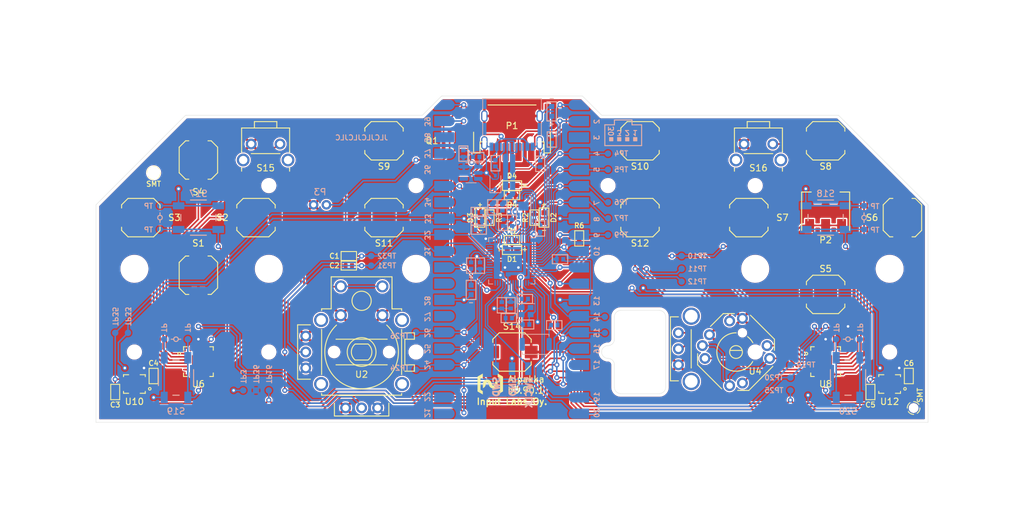
<source format=kicad_pcb>
(kicad_pcb (version 20221018) (generator pcbnew)
  (title_block (title "Alpakka") (company "Input Labs Oy."))
  (layers (0 "F.Cu" signal) (31 "B.Cu" signal) (34 "B.Paste" user) (35 "F.Paste" user) (36 "B.SilkS" user "B.Silkscreen") (37 "F.SilkS" user "F.Silkscreen") (38 "B.Mask" user) (39 "F.Mask" user) (44 "Edge.Cuts" user))
  (net 0 "")
  (net 2 "GP20")
  (net 5 "GND")
  (net 7 "ADC0")
  (net 8 "ADC1")
  (net 9 "SPI_RX")
  (net 10 "SPI_CK")
  (net 11 "SPI_TX")
  (net 12 "Net-(D1-K)")
  (net 13 "GP2")
  (net 14 "GP3")
  (net 15 "GP4")
  (net 16 "GP5")
  (net 17 "GP8")
  (net 18 "GP9")
  (net 19 "GP7")
  (net 20 "GP6")
  (net 21 "A0")
  (net 22 "A1")
  (net 23 "RUN")
  (net 24 "A4")
  (net 25 "A3")
  (net 26 "B15")
  (net 27 "B10")
  (net 28 "B13")
  (net 29 "B11")
  (net 30 "A14")
  (net 31 "B0")
  (net 32 "A13")
  (net 33 "B1")
  (net 34 "A2")
  (net 35 "B12")
  (net 36 "A15")
  (net 37 "B14")
  (net 38 "A9")
  (net 39 "B7")
  (net 40 "I2C_SDA")
  (net 41 "I2C_SCL")
  (net 42 "A12")
  (net 43 "B6")
  (net 44 "B3")
  (net 45 "B2")
  (net 46 "B5")
  (net 47 "B4")
  (net 53 "Net-(D2-K)")
  (net 54 "Net-(D3-K)")
  (net 55 "Net-(D4-K)")
  (net 56 "CS1")
  (net 57 "CS0")
  (net 59 "Net-(U5-XIN)")
  (net 60 "VCCA")
  (net 69 "UART_TX")
  (net 70 "UART_RX")
  (net 77 "VCC")
  (net 79 "/A10")
  (net 80 "BAT")
  (net 81 "VBUS")
  (net 82 "VSYS")
  (net 83 "Net-(C9-Pad2)")
  (net 84 "+1V1")
  (net 85 "Net-(D9-A)")
  (net 86 "SWCLK")
  (net 87 "SWD")
  (net 88 "Net-(J4-CC1)")
  (net 89 "D+")
  (net 90 "D-")
  (net 92 "Net-(J4-CC2)")
  (net 94 "DP")
  (net 95 "DN")
  (net 96 "Net-(U5-XOUT)")
  (net 97 "Net-(R12-Pad1)")
  (net 98 "QSPI_SS")
  (net 104 "QSPI_SD3")
  (net 105 "QSPI_SCLK")
  (net 106 "QSPI_SD0")
  (net 107 "QSPI_SD2")
  (net 108 "QSPI_SD1")
  (net 109 "/A11")
  (net 111 "Net-(D7-A)")
  (net 112 "GP25")
  (footprint "ILO_fp:Alpsalpine_SKPM" (layer "F.Cu") (at 149 42)
    (fp_text reference "S8")
    (fp_text value "y")
  )
  (footprint "ILO_fp:NPTH_4mm" (layer "F.Cu") (at 159 62)
    (fp_text reference "REF**" hide)
    (fp_text value "NPTH_4mm" hide)
  )
  (footprint "ILO_fp:Alpsalpine_SKPM" (layer "F.Cu") (at 60 54 180)
    (fp_text reference "S2")
    (fp_text value "right")
  )
  (footprint "ILO_fp:0402" (layer "F.Cu") (at 110.5 57.25 -90)
    (fp_text reference "R6")
    (fp_text value "R6" hide)
  )
  (footprint "ILO_fp:Alpsalpine_SKPM" (layer "F.Cu") (at 42 54)
    (fp_text reference "S3")
    (fp_text value "left")
  )
  (footprint "ILO_fp:Alpsalpine_SKPM" (layer "F.Cu") (at 80 42 180)
    (fp_text reference "S9")
    (fp_text value "select_1")
  )
  (footprint "ILO_fp:Alpsalpine_SKPM" (layer "F.Cu") (at 80 54 180)
    (fp_text reference "S11")
    (fp_text value "select_2")
  )
  (footprint "ILO_fp:Alpsalpine_SKPM" (layer "F.Cu") (at 120 42)
    (fp_text reference "S10")
    (fp_text value "start_1")
  )
  (footprint "ILO_fp:NPTH_4mm" (layer "F.Cu") (at 41 62)
    (fp_text reference "REF**" hide)
    (fp_text value "NPTH_4mm" hide)
  )
  (footprint "ILO_fp:NPTH_4mm" (layer "F.Cu") (at 62 62)
    (fp_text reference "REF**" hide)
    (fp_text value "NPTH_4mm" hide)
  )
  (footprint "ILO_fp:NPTH_4mm" (layer "F.Cu") (at 85 62)
    (fp_text reference "REF**" hide)
    (fp_text value "NPTH_4mm" hide)
  )
  (footprint "ILO_fp:NPTH_4mm" (layer "F.Cu") (at 115 62)
    (fp_text reference "REF**" hide)
    (fp_text value "NPTH_4mm" hide)
  )
  (footprint "ILO_fp:NPTH_4mm" (layer "F.Cu") (at 138 62)
    (fp_text reference "REF**" hide)
    (fp_text value "NPTH_4mm" hide)
  )
  (footprint "ILO_fp:Alpsalpine_SKPM" (layer "F.Cu") (at 149 66)
    (fp_text reference "S5")
    (fp_text value "a")
  )
  (footprint "ILO_fp:Alpsalpine_SKPM" (layer "F.Cu") (at 161 54 -90)
    (fp_text reference "S6")
    (fp_text value "b")
  )
  (footprint "ILO_fp:Alpsalpine_SKPM" (layer "F.Cu") (at 137 54)
    (fp_text reference "S7")
    (fp_text value "x")
  )
  (footprint "ILO_fp:Alpsalpine_SKPM" (layer "F.Cu") (at 51 63 90)
    (fp_text reference "S1")
    (fp_text value "down")
  )
  (footprint "ILO_fp:Alpsalpine_SKPM" (layer "F.Cu") (at 51 45 -90)
    (fp_text reference "S4")
    (fp_text value "up")
  )
  (footprint "ILO_fp:NPTH_2mm" (layer "F.Cu") (at 85 49)
    (fp_text reference "REF**" hide)
    (fp_text value "NPTH_2mm" hide)
  )
  (footprint "ILO_fp:NPTH_2mm" (layer "F.Cu") (at 62 49)
    (fp_text reference "REF**" hide)
    (fp_text value "NPTH_2mm" hide)
  )
  (footprint "ILO_fp:NPTH_2mm" (layer "F.Cu") (at 85 75)
    (fp_text reference "REF**" hide)
    (fp_text value "NPTH_2mm" hide)
  )
  (footprint "ILO_fp:NPTH_2mm" (layer "F.Cu") (at 62 75)
    (fp_text reference "REF**" hide)
    (fp_text value "NPTH_2mm" hide)
  )
  (footprint "ILO_fp:NPTH_2mm" (layer "F.Cu") (at 115 49)
    (fp_text reference "REF**" hide)
    (fp_text value "NPTH_2mm" hide)
  )
  (footprint "ILO_fp:NPTH_2mm" (layer "F.Cu") (at 138 49)
    (fp_text reference "REF**" hide)
    (fp_text value "NPTH_2mm" hide)
  )
  (footprint "ILO_fp:NPTH_2mm" (layer "F.Cu") (at 159 75)
    (fp_text reference "REF**" hide)
    (fp_text value "NPTH_2mm" hide)
  )
  (footprint "ILO_fp:NPTH_2mm" (layer "F.Cu") (at 138 75)
    (fp_text reference "REF**" hide)
    (fp_text value "NPTH_2mm" hide)
  )
  (footprint "ILO_fp:Alpsalpine_RKJXM1015004" (layer "F.Cu") (at 135 75)
    (fp_text reference "U4")
    (fp_text value "Alpsalpine_RKJXM")
  )
  (footprint "ILO_fp:JST_S4B-PH-SM4-K-TB" (layer "F.Cu") (at 100 40.9)
    (fp_text reference "P1")
    (fp_text value "Debug")
  )
  (footprint "ILO_fp:Alpsalpine_SKPM" (layer "F.Cu") (at 100 75 180)
    (fp_text reference "S14")
    (fp_text value "home")
  )
  (footprint "ILO_fp:0402" (layer "F.Cu") (at 74.5 60)
    (fp_text reference "C1")
    (fp_text value "C" hide)
  )
  (footprint "ILO_fp:HRO_BC-25-3P" (layer "F.Cu") (at 149 53 -90)
    (fp_text reference "P2")
    (fp_text value "Endpoint" hide)
  )
  (footprint "ILO_fp:0603_d" (layer "F.Cu") (at 95 54 90)
    (fp_text reference "D3")
    (fp_text value "Diode" hide)
  )
  (footprint "ILO_fp:0603_d" (layer "F.Cu") (at 100 49)
    (fp_text reference "D4")
    (fp_text value "Diode" hide)
  )
  (footprint "ILO_fp:0603_d" (layer "F.Cu") (at 105 54 90)
    (fp_text reference "D2")
    (fp_text value "Diode" hide)
  )
  (footprint "ILO_fp:Alpsalpine_RKJXV122400R" (layer "F.Cu") (at 76.5 75 180)
    (fp_text reference "U2")
    (fp_text value "Alpsalpine_RKJXV" hide)
  )
  (footprint "ILO_fp:NPTH_2mm" (layer "F.Cu") (at 41 75)
    (fp_text reference "REF**" hide)
    (fp_text value "NPTH_2mm" hide)
  )
  (footprint "ILO_fp:Alpsalpine_SKPM" (layer "F.Cu") (at 120 54)
    (fp_text reference "S12")
    (fp_text value "start_2")
  )
  (footprint "ILO_fp:Alpsalpine_SKHHL" (layer "F.Cu") (at 61.5 42.5 180)
    (fp_text reference "S15")
    (fp_text value "l1")
  )
  (footprint "ILO_fp:0402" (layer "F.Cu") (at 74.5 61.5)
    (fp_text reference "C2")
    (fp_text value "C" hide)
  )
  (footprint "ILO_fp:LGA14" (layer "F.Cu") (at 159 80)
    (fp_text reference "U12")
    (fp_text value "ST_LSM6" hide)
  )
  (footprint "ILO_fp:0402" (layer "F.Cu") (at 162 78.75 90)
    (fp_text reference "C6")
    (fp_text value "C" hide)
  )
  (footprint "ILO_fp:0402" (layer "F.Cu") (at 156 81.25 90)
    (fp_text reference "C5")
    (fp_text value "C" hide)
  )
  (footprint "ILO_fp:Alpsalpine_SKHHL" (layer "F.Cu") (at 138.5 42.5 180)
    (fp_text reference "S16")
    (fp_text value "r1")
  )
  (footprint "ILO_fp:0402" (layer "F.Cu") (at 100 57.5 180)
    (fp_text reference "R1")
    (fp_text value "R" hide)
  )
  (footprint "ILO_fp:0402" (layer "F.Cu") (at 103.5 54 -90)
    (fp_text reference "R2")
    (fp_text value "R" hide)
  )
  (footprint "ILO_fp:0402" (layer "F.Cu") (at 96.5 54 -90)
    (fp_text reference "R3")
    (fp_text value "R" hide)
  )
  (footprint "ILO_fp:0402" (layer "F.Cu") (at 100 50.5 180)
    (fp_text reference "R4")
    (fp_text value "R" hide)
  )
  (footprint "ILO_fp:0603_d" (layer "F.Cu") (at 100 59)
    (fp_text reference "D1")
    (fp_text value "Diode" hide)
  )
  (footprint "ILO_fp:0402" (layer "F.Cu") (at 38 81.25 90)
    (fp_text reference "C3")
    (fp_text value "C" hide)
  )
  (footprint "ILO_fp:0402" (layer "F.Cu") (at 44 78.75 90)
    (fp_text reference "C4")
    (fp_text value "C" hide)
  )
  (footprint "ILO_fp:QFN24" (layer "F.Cu") (at 149 76.5 -90)
    (fp_text reference "U8")
    (fp_text value "NXP_PCAL6416A" hide)
  )
  (footprint "ILO_fp:QFN24" (layer "F.Cu") (at 51 76.5 -90)
    (fp_text reference "U6")
    (fp_text value "NXP_PCAL6416A" hide)
  )
  (footprint "ILO_fp:NPTH_2mm" (layer "F.Cu") (at 44 47)
    (fp_text reference "REF**" hide)
    (fp_text value "NPTH_2mm" hide)
  )
  (footprint "ILO_fp:SOT-23-DGS" (layer "F.Cu") (at 90.25 42 90)
    (fp_text reference "Q1")
    (fp_text value "Q_PMOS_DGS")
  )
  (footprint "LOGO" (layer "F.Cu") (at 96.6 80)
    (fp_text reference "G***" hide)
    (fp_text value "LOGO" hide)
  )
  (footprint "" (layer "F.Cu") (at 162.75 83.75)
    (fp_text reference "")
    (fp_text value "")
  )
  (footprint "ILO_fp:LGA14" (layer "F.Cu") (at 41 80)
    (fp_text reference "U10")
    (fp_text value "ST_LSM6" hide)
  )
  (footprint "ILO_fp:Alpsalpine_EC10E" (layer "F.Cu") (at 127 74.5 -90)
    (fp_text reference "U3" hide)
    (fp_text value "Alpsalpine_EC10E" hide)
  )
  (footprint "ILO_fp:Alpsalpine_SKQG" (layer "B.Cu") (at 51 54)
    (fp_text reference "S17")
    (fp_text value "l2" hide)
  )
  (footprint "ILO_fp:Raspberry_Pico" (layer "B.Cu") (at 100 60.905 -90)
    (fp_text reference "U1" hide)
    (fp_text value "Raspberry_Pico" hide)
  )
  (footprint "ILO_fp:Alpsalpine_SKQG" (layer "B.Cu") (at 152.5 79 -90)
    (fp_text reference "S20")
    (fp_text value "r4" hide)
  )
  (footprint "ILO_fp:Alpsalpine_SKQG" (layer "B.Cu") (at 149 54)
    (fp_text reference "S18")
    (fp_text value "r2" hide)
  )
  (footprint "ILO_fp:Alpsalpine_SKQG" (layer "B.Cu") (at 47.5 79 90)
    (fp_text reference "S19")
    (fp_text value "l4" hide)
  )
  (footprint "ILO_fp:0402" (layer "B.Cu") (at 94.8 53.1)
    (fp_text reference "C12" hide)
    (fp_text value "2,2µf" hide)
  )
  (footprint "ILO_fp:Pad_1mm" (layer "B.Cu") (at 49.35 73 180)
    (fp_text reference "TP204" hide)
    (fp_text value "Endpoint" hide)
  )
  (footprint "ILO_fp:0402" (layer "B.Cu") (at 97.4 45.5 90)
    (fp_text reference "R22" hide)
    (fp_text value "5,1kΩ" hide)
  )
  (footprint "ILO_fp:Pad_1mm" (layer "B.Cu") (at 62 81 180)
    (fp_text reference "TP16")
    (fp_text value "Endpoint" hide)
  )
  (footprint "ILO_fp:0402" (layer "B.Cu") (at 96.9 52.4 -90)
    (fp_text reference "R9" hide)
    (fp_text value "27Ω" hide)
  )
  (footprint "ILO_fp:0603_d" (layer "B.Cu") (at 106.2 37.4 -90)
    (fp_text reference "D9" hide)
    (fp_text value "LED_GREEN_PWR" hide)
  )
  (footprint "ILO_fp:0402" (layer "B.Cu") (at 92.4 44 90)
    (fp_text reference "C23" hide)
    (fp_text value "2,2µf+" hide)
  )
  (footprint "ILO_fp:Pad_1mm" (layer "B.Cu") (at 126.5 60 180)
    (fp_text reference "TP10")
    (fp_text value "Endpoint" hide)
  )
  (footprint "ILO_fp:Pad_1mm" (layer "B.Cu") (at 40 72 180)
    (fp_text reference "TP33")
    (fp_text value "Endpoint" hide)
  )
  (footprint "ILO_fp:Pad_1mm" (layer "B.Cu") (at 38 72 180)
    (fp_text reference "TP35")
    (fp_text value "Endpoint" hide)
  )
  (footprint "ILO_fp:Pad_1mm" (layer "B.Cu") (at 115 56.7 180)
    (fp_text reference "TP9")
    (fp_text value "Endpoint" hide)
  )
  (footprint "ILO_fp:Pad_1mm" (layer "B.Cu") (at 45 55.85 180)
    (fp_text reference "TP202" hide)
    (fp_text value "Endpoint" hide)
  )
  (footprint "ILO_fp:JST_PH_2_TH" (layer "B.Cu") (at 70 52 180)
    (fp_text reference "P3")
    (fp_text value "Conn_01x02")
  )
  (footprint "ILO_fp:Pad_1mm" (layer "B.Cu") (at 78 60 180)
    (fp_text reference "TP32")
    (fp_text value "Endpoint" hide)
  )
  (footprint "ILO_fp:Pad_1mm" (layer "B.Cu") (at 85 71.9 180)
    (fp_text reference "TP26")
    (fp_text value "Endpoint" hide)
  )
  (footprint "ILO_fp:0402" (layer "B.Cu") (at 104.4 45.6 90)
    (fp_text reference "R19" hide)
    (fp_text value "5,1kΩ" hide)
  )
  (footprint "ILO_fp:Pad_1mm" (layer "B.Cu") (at 143.5 79 180)
    (fp_text reference "TP20")
    (fp_text value "Endpoint" hide)
  )
  (footprint "ILO_fp:Pad_1mm" (layer "B.Cu") (at 114.5 69.5 180)
    (fp_text reference "TP14" hide)
    (fp_text value "Endpoint" hide)
  )
  (footprint "ILO_fp:0402" (layer "B.Cu") (at 94.8 54.5 180)
    (fp_text reference "C19" hide)
    (fp_text value "2,2µf" hide)
  )
  (footprint "ILO_fp:0402" (layer "B.Cu") (at 98.4 67.7 90)
    (fp_text reference "C10" hide)
    (fp_text value "100nf" hide)
  )
  (footprint "ILO_fp:Pad_1mm" (layer "B.Cu") (at 85 77.75 180)
    (fp_text reference "TP24")
    (fp_text value "Endpoint" hide)
  )
  (footprint "ILO_fp:Pad_1mm" (layer "B.Cu") (at 126.5 64 180)
    (fp_text reference "TP12")
    (fp_text value "Endpoint" hide)
  )
  (footprint "ILO_fp:Pad_1mm" (layer "B.Cu") (at 115 46.5 180)
    (fp_text reference "TP5")
    (fp_text value "Endpoint" hide)
  )
  (footprint "ILO_fp:Pad_1mm" (layer "B.Cu") (at 154.35 73 180)
    (fp_text reference "TP103" hide)
    (fp_text value "Endpoint" hide)
  )
  (footprint "ILO_fp:Pad_1mm" (layer "B.Cu") (at 115 44 180)
    (fp_text reference "TP4")
    (fp_text value "Endpoint" hide)
  )
  (footprint "ILO_fp:0402" (layer "B.Cu") (at 95 61.5 -90)
    (fp_text reference "C14" hide)
    (fp_text value "100nf" hide)
  )
  (footprint "Connector_PinSocket_2.54mm:PinSocket_1x03_P2.54mm_Vertical" (layer "B.Cu") (at 102.54 77.6 90)
    (fp_text reference "J3" hide)
    (fp_text value "Debug")
  )
  (footprint "ILO_fp:Pad_1mm" (layer "B.Cu") (at 115 51.6 180)
    (fp_text reference "TP6")
    (fp_text value "Endpoint" hide)
  )
  (footprint "ILO_fp:0402" (layer "B.Cu") (at 107.500001 60.5)
    (fp_text reference "C18" hide)
    (fp_text value "100nf" hide)
  )
  (footprint "ILO_fp:Pad_1mm" (layer "B.Cu") (at 126.5 62 180)
    (fp_text reference "TP11")
    (fp_text value "Endpoint" hide)
  )
  (footprint "ILO_fp:Pad_1mm" (layer "B.Cu") (at 115 54.1 180)
    (fp_text reference "TP7")
    (fp_text value "Endpoint" hide)
  )
  (footprint "ILO_fp:0402" (layer "B.Cu") (at 100 54.8 -90)
    (fp_text reference "C11" hide)
    (fp_text value "100nf" hide)
  )
  (footprint "ILO_fp:Pad_1mm" (layer "B.Cu") (at 60 81 180)
    (fp_text reference "TP36")
    (fp_text value "Endpoint" hide)
  )
  (footprint "ILO_fp:0402" (layer "B.Cu") (at 102.2 70.7)
    (fp_text reference "C8" hide)
    (fp_text value "TBD" hide)
  )
  (footprint "ILO_fp:Pad_1mm" (layer "B.Cu") (at 114.5 72 180)
    (fp_text reference "TP15" hide)
    (fp_text value "Endpoint" hide)
  )
  (footprint "ILO_fp:0402" (layer "B.Cu") (at 102 66.7)
    (fp_text reference "R10" hide)
    (fp_text value "1kΩ" hide)
  )
  (footprint "ILO_fp:0402" (layer "B.Cu") (at 106.2 41.8 90)
    (fp_text reference "R18" hide)
    (fp_text value "470Ω" hide)
  )
  (footprint "ILO_fp:0402" (layer "B.Cu") (at 99.5 69.7)
    (fp_text reference "C9" hide)
    (fp_text value "TBD" hide)
  )
  (footprint "Package_TO_SOT_SMD:SOT-23-5" (layer "B.Cu") (at 93.6 47 180)
    (fp_text reference "U11" hide)
    (fp_text value "LP2985-3.3")
  )
  (footprint "ILO_fp:Pad_1mm" (layer "B.Cu") (at 45.65 73 180)
    (fp_text reference "TP203" hide)
    (fp_text value "Endpoint" hide)
  )
  (footprint "ILO_fp:0402" (layer "B.Cu") (at 94.8 55.9)
    (fp_text reference "C16" hide)
    (fp_text value "100nf" hide)
  )
  (footprint "ILO_fp:0402" (layer "B.Cu") (at 104.4 55.7 90)
    (fp_text reference "C20" hide)
    (fp_text value "100nf" hide)
  )
  (footprint "ILO_fp:0402" (layer "B.Cu") (at 98.5 52.4 90)
    (fp_text reference "R8" hide)
    (fp_text value "27Ω" hide)
  )
  (footprint "ILO_fp:0402" (layer "B.Cu") (at 98.6 54.8 -90)
    (fp_text reference "C13" hide)
    (fp_text value "100nf" hide)
  )
  (footprint "Connector_USB:USB_C_Receptacle_G-Switch_GT-USB-7010ASV" (layer "B.Cu") (at 100 39.2)
    (fp_text reference "J4" hide)
    (fp_text value "USB_C_Receptacle_USB2.0")
  )
  (footprint "ILO_fp:Pad_1mm" (layer "B.Cu") (at 155 55.85 180)
    (fp_text reference "TP102" hide)
    (fp_text value "Endpoint" hide)
  )
  (footprint "Package_DFN_QFN:QFN-56-1EP_7x7mm_P0.4mm_EP3.2x3.2mm" (layer "B.Cu") (at 99.9625 60.7625 180)
    (fp_text reference "U5" hide)
    (fp_text value "RP2040" hide)
  )
  (footprint "ILO_fp:0402" (layer "B.Cu") (at 99.8 67.7 -90)
    (fp_text reference "C17" hide)
    (fp_text value "100nf" hide)
  )
  (footprint "ILO_fp:Pad_1mm" (layer "B.Cu") (at 150.65 73 180)
    (fp_text reference "TP104" hide)
    (fp_text value "Endpoint" hide)
  )
  (footprint "Crystal:Crystal_SMD_2016-4Pin_2.0x1.6mm" (layer "B.Cu") (at 102.2 68.6)
    (fp_text reference "Y1" hide)
    (fp_text value "Crystal_16Mhz")
  )
  (footprint "ILO_fp:Pad_1mm" (layer "B.Cu") (at 155 52.15 180)
    (fp_text reference "TP101" hide)
    (fp_text value "Endpoint" hide)
  )
  (footprint "ILO_fp:Pad_1mm" (layer "B.Cu") (at 143.5 81 180)
    (fp_text reference "TP25")
    (fp_text value "Endpoint" hide)
  )
  (footprint "ILO_fp:0603_d" (layer "B.Cu") (at 93.6 65.3 90)
    (fp_text reference "D7" hide)
    (fp_text value "LED_GREEN" hide)
  )
  (footprint "Package_SON:SON-8-1EP_3x2mm_P0.5mm_EP1.4x1.6mm" (layer "B.Cu") (at 101.8 52.2 -90)
    (fp_text reference "U7" hide)
    (fp_text value "W25Q16JVUXIQ")
  )
  (footprint "Button_Switch_SMD:SW_Push_SPST_NO_Alps_SKRK" (layer "B.Cu") (at 103.7 73.8)
    (fp_text reference "SW1" hide)
    (fp_text value "SW_MEC_5G")
  )
  (footprint "ILO_fp:Pad_1mm" (layer "B.Cu") (at 45 52.15 180)
    (fp_text reference "TP201" hide)
    (fp_text value "Endpoint" hide)
  )
  (footprint "Diode_SMD:D_SOD-323" (layer "B.Cu") (at 97.4 48.5 90)
    (fp_text reference "D5" hide)
    (fp_text value "D_Small")
  )
  (footprint "ILO_fp:0402" (layer "B.Cu") (at 93.6 61.5 -90)
    (fp_text reference "R20" hide)
    (fp_text value "470Ω" hide)
  )
  (footprint "ILO_fp:0402" (layer "B.Cu") (at 94.4 44.5)
    (fp_text reference "C22" hide)
    (fp_text value "1µf+" hide)
  )
  (footprint "ILO_fp:0402" (layer "B.Cu") (at 106.6 70.8)
    (fp_text reference "R12" hide)
    (fp_text value "1kΩ" hide)
  )
  (footprint "ILO_fp:Pad_1mm" (layer "B.Cu") (at 58 81 180)
    (fp_text reference "TP3")
    (fp_text value "Endpoint" hide)
  )
  (footprint "ILO_fp:Pad_1mm" (layer "B.Cu") (at 143.5 77 180)
    (fp_text reference "TP19")
    (fp_text value "Endpoint" hide)
  )
  (footprint "ILO_fp:Pad_1mm" (layer "B.Cu") (at 78 61.5 180)
    (fp_text reference "TP31")
    (fp_text value "Endpoint" hide)
  )
  (gr_circle (center 155 54) (end 155.25 54.25) (stroke (width 0.16)) (fill none) (layer "B.SilkS"))
  (gr_line (start 152.853553 73) (end 153.25 73) (stroke (width 0.16)) (layer "B.SilkS"))
  (gr_line (start 120.25 39.5) (end 118.75 39.5) (stroke (width 0.16)) (layer "B.SilkS"))
  (gr_line (start 47.853553 73) (end 48.25 73) (stroke (width 0.16)) (layer "B.SilkS"))
  (gr_line (start 47.146447 73) (end 46.75 73) (stroke (width 0.16)) (layer "B.SilkS"))
  (gr_line (start 45 53.646447) (end 45 53.25) (stroke (width 0.16)) (layer "B.SilkS"))
  (gr_circle (center 152.5 73) (end 152.25 73.25) (stroke (width 0.16)) (fill none) (layer "B.SilkS"))
  (gr_line (start 155 54.353553) (end 155 54.75) (stroke (width 0.16)) (layer "B.SilkS"))
  (gr_circle (center 47.5 73) (end 47.25 73.25) (stroke (width 0.16)) (fill none) (layer "B.SilkS"))
  (gr_rect (start 117.75 41.5) (end 118.25 42) (stroke (width 0.16)) (fill solid) (layer "B.SilkS"))
  (gr_line (start 116 39.5) (end 114.5 39.5) (stroke (width 0.16)) (layer "B.SilkS"))
  (gr_line (start 45 54.353553) (end 45 54.75) (stroke (width 0.16)) (layer "B.SilkS"))
  (gr_rect (start 119 41.5) (end 119.5 42) (stroke (width 0.16)) (fill solid) (layer "B.SilkS"))
  (gr_rect (start 115.25 41.5) (end 115.75 42) (stroke (width 0.16)) (fill solid) (layer "B.SilkS"))
  (gr_line (start 114.5 42.75) (end 120.25 42.75) (stroke (width 0.16)) (layer "B.SilkS"))
  (gr_line (start 116 38.75) (end 116 39.5) (stroke (width 0.16)) (layer "B.SilkS"))
  (gr_line (start 118.75 38.75) (end 116 38.75) (stroke (width 0.16)) (layer "B.SilkS"))
  (gr_line (start 155 53.646447) (end 155 53.25) (stroke (width 0.16)) (layer "B.SilkS"))
  (gr_line (start 152.146447 73) (end 151.75 73) (stroke (width 0.16)) (layer "B.SilkS"))
  (gr_line (start 120.25 42.75) (end 120.25 39.5) (stroke (width 0.16)) (layer "B.SilkS"))
  (gr_line (start 118.75 39.5) (end 118.75 38.75) (stroke (width 0.16)) (layer "B.SilkS"))
  (gr_circle (center 45 54) (end 45.25 54.25) (stroke (width 0.16)) (fill none) (layer "B.SilkS"))
  (gr_line (start 114.5 39.5) (end 114.5 42.75) (stroke (width 0.16)) (layer "B.SilkS"))
  (gr_rect (start 116.5 41.5) (end 117 42) (stroke (width 0.16)) (fill solid) (layer "B.SilkS"))
  (gr_arc (start 162.75 82.75) (mid 163.221847 82.868345) (end 163.58205 83.1953) (stroke (width 0.153)) (layer "F.SilkS"))
  (gr_arc (start 44 46) (mid 44.471847 46.118345) (end 44.83205 46.4453) (stroke (width 0.153)) (layer "F.SilkS"))
  (gr_arc (start 43 47) (mid 43.118345 46.528153) (end 43.4453 46.16795) (stroke (width 0.153)) (layer "F.SilkS"))
  (gr_arc (start 163.75 83.75) (mid 163.631655 84.221847) (end 163.3047 84.58205) (stroke (width 0.153)) (layer "F.SilkS"))
  (gr_arc (start 44 48) (mid 43.528153 47.881655) (end 43.16795 47.5547) (stroke (width 0.153)) (layer "F.SilkS"))
  (gr_arc (start 45 47) (mid 44.881655 47.471847) (end 44.5547 47.83205) (stroke (width 0.153)) (layer "F.SilkS"))
  (gr_arc (start 161.75 83.75) (mid 161.868345 83.278153) (end 162.1953 82.91795) (stroke (width 0.153)) (layer "F.SilkS"))
  (gr_arc (start 162.75 84.75) (mid 162.278153 84.631655) (end 161.91795 84.3047) (stroke (width 0.153)) (layer "F.SilkS"))
  (gr_line (start 100 35) (end 89 35) (stroke (width 0.05)) (layer "Edge.Cuts"))
  (gr_line (start 89 35) (end 86 38) (stroke (width 0.05)) (layer "Edge.Cuts"))
  (gr_line (start 111 35) (end 114 38) (stroke (width 0.05)) (layer "Edge.Cuts"))
  (gr_line (start 100 35) (end 111 35) (stroke (width 0.05)) (layer "Edge.Cuts"))
  (gr_line (start 35 86) (end 165 86) (stroke (width 0.05)) (layer "Edge.Cuts"))
  (gr_line (start 114 38) (end 151 38) (stroke (width 0.05)) (layer "Edge.Cuts"))
  (gr_line (start 116 69.5) (end 116 73) (stroke (width 0.05)) (layer "Edge.Cuts"))
  (gr_arc (start 116 73) (mid 115.707107 73.707107) (end 115 74) (stroke (width 0.05)) (layer "Edge.Cuts"))
  (gr_line (start 151 38) (end 165 52) (stroke (width 0.05)) (layer "Edge.Cuts"))
  (gr_line (start 117 81.5) (end 123 81.5) (stroke (width 0.05)) (layer "Edge.Cuts"))
  (gr_arc (start 116 69.5) (mid 116.292893 68.792893) (end 117 68.5) (stroke (width 0.05)) (layer "Edge.Cuts"))
  (gr_arc (start 114 75) (mid 114.292893 74.292893) (end 115 74) (stroke (width 0.05)) (layer "Edge.Cuts"))
  (gr_line (start 124 69.5) (end 124 80.5) (stroke (width 0.05)) (layer "Edge.Cuts"))
  (gr_line (start 116 80.5) (end 116 77) (stroke (width 0.05)) (layer "Edge.Cuts"))
  (gr_line (start 117 68.5) (end 123 68.5) (stroke (width 0.05)) (layer "Edge.Cuts"))
  (gr_arc (start 123 68.5) (mid 123.707107 68.792893) (end 124 69.5) (stroke (width 0.05)) (layer "Edge.Cuts"))
  (gr_line (start 165 86) (end 165 52) (stroke (width 0.05)) (layer "Edge.Cuts"))
  (gr_arc (start 115 76) (mid 114.292893 75.707107) (end 114 75) (stroke (width 0.05)) (layer "Edge.Cuts"))
  (gr_line (start 49 38) (end 35 52) (stroke (width 0.05)) (layer "Edge.Cuts"))
  (gr_arc (start 117 81.5) (mid 116.292893 81.207107) (end 116 80.5) (stroke (width 0.05)) (layer "Edge.Cuts"))
  (gr_line (start 35 86) (end 35 52) (stroke (width 0.05)) (layer "Edge.Cuts"))
  (gr_line (start 86 38) (end 49 38) (stroke (width 0.05)) (layer "Edge.Cuts"))
  (gr_arc (start 124 80.5) (mid 123.707107 81.207107) (end 123 81.5) (stroke (width 0.05)) (layer "Edge.Cuts"))
  (gr_arc (start 115 76) (mid 115.707107 76.292893) (end 116 77) (stroke (width 0.05)) (layer "Edge.Cuts"))
  (gr_text "17\n" (at 113.25 77 90) (layer "B.SilkS") (effects (font (size 0.8 0.8) (thickness 0.153)) (justify mirror)))
  (gr_text "28\n" (at 86.75 67 270) (layer "B.SilkS") (effects (font (size 0.8 0.8) (thickness 0.153)) (justify mirror)))
  (gr_text "JLCJLCJLCJLC" (at 76.5 41.5) (layer "B.SilkS") (effects (font (size 0.8 0.8)) (justify mirror)))
  (gr_text "15\n" (at 113.25 72 90) (layer "B.SilkS") (effects (font (size 0.8 0.8) (thickness 0.153)) (justify mirror)))
  (gr_text "1" (at 119.25 40.75 180) (layer "B.SilkS") (effects (font (size 0.8 0.8) (thickness 0.153)) (justify mirror)))
  (gr_text "3" (at 116.75 40.75 180) (layer "B.SilkS") (effects (font (size 0.8 0.8) (thickness 0.153)) (justify mirror)))
  (gr_text "4" (at 113.25 44 90) (layer "B.SilkS") (effects (font (size 0.8 0.8) (thickness 0.153)) (justify mirror)))
  (gr_text "32\n" (at 86.75 56.75 270) (layer "B.SilkS") (effects (font (size 0.8 0.8) (thickness 0.153)) (justify mirror)))
  (gr_text "2" (at 118 40.75 180) (layer "B.SilkS") (effects (font (size 0.8 0.8) (thickness 0.153)) (justify mirror)))
  (gr_text "20" (at 113.25 84.5 90) (layer "B.SilkS") (effects (font (size 0.8 0.8) (thickness 0.153)) (justify mirror)))
  (gr_text "2" (at 113.25 39 90) (layer "B.SilkS") (effects (font (size 0.8 0.8) (thickness 0.153)) (justify mirror)))
  (gr_text "TP" (at 150.65 72 270) (layer "B.SilkS") (effects (font (size 0.8 0.8) (thickness 0.153)) (justify left mirror)))
  (gr_text "25\n" (at 86.75 74.5 270) (layer "B.SilkS") (effects (font (size 0.8 0.8) (thickness 0.153)) (justify mirror)))
  (gr_text "TP" (at 157.5 52.25) (layer "B.SilkS") (effects (font (size 0.8 0.8) (thickness 0.153)) (justify left mirror)))
  (gr_text "36\n" (at 86.75 46.5 270) (layer "B.SilkS") (effects (font (size 0.8 0.8) (thickness 0.153)) (justify mirror)))
  (gr_text "39\n" (at 86.75 39 270) (layer "B.SilkS") (effects (font (size 0.8 0.8) (thickness 0.153)) (justify mirror)))
  (gr_text "TP" (at 49.3 72 270) (layer "B.SilkS") (effects (font (size 0.8 0.8) (thickness 0.153)) (justify left mirror)))
  (gr_text "3" (at 113.25 41.5 90) (layer "B.SilkS") (effects (font (size 0.8 0.8) (thickness 0.153)) (justify mirror)))
  (gr_text "GND" (at 100.7 78.7 90) (layer "B.SilkS") (effects (font (size 1 1) (thickness 0.25) bold) (justify left bottom mirror)))
  (gr_text "26\n" (at 86.75 72 270) (layer "B.SilkS") (effects (font (size 0.8 0.8) (thickness 0.153)) (justify mirror)))
  (gr_text "TP" (at 44 52.2) (layer "B.SilkS") (effects (font (size 0.8 0.8) (thickness 0.153)) (justify left mirror)))
  (gr_text "7" (at 113.25 51.7 90) (layer "B.SilkS") (effects (font (size 0.8 0.8) (thickness 0.153)) (justify mirror)))
  (gr_text "24\n" (at 86.75 77 270) (layer "B.SilkS") (effects (font (size 0.8 0.8) (thickness 0.153)) (justify mirror)))
  (gr_text "16" (at 113.25 74.5 90) (layer "B.SilkS") (effects (font (size 0.8 0.8) (thickness 0.153)) (justify mirror)))
  (gr_text "TP" (at 44 55.9) (layer "B.SilkS") (effects (font (size 0.8 0.8) (thickness 0.153)) (justify left mirror)))
  (gr_text "8" (at 113.25 54.25 90) (layer "B.SilkS") (effects (font (size 0.8 0.8) (thickness 0.153)) (justify mirror)))
  (gr_text "27\n" (at 86.75 69.5 270) (layer "B.SilkS") (effects (font (size 0.8 0.8) (thickness 0.153)) (justify mirror)))
  (gr_text "21\n" (at 86.75 84.5 270) (layer "B.SilkS") (effects (font (size 0.8 0.8) (thickness 0.153)) (justify mirror)))
  (gr_text "22\n" (at 86.75 82 270) (layer "B.SilkS") (effects (font (size 0.8 0.8) (thickness 0.153)) (justify mirror)))
  (gr_text "31\n" (at 86.75 59.25 270) (layer "B.SilkS") (effects (font (size 0.8 0.8) (thickness 0.153)) (justify mirror)))
  (gr_text "14\n" (at 113.25 69.5 90) (layer "B.SilkS") (effects (font (size 0.8 0.8) (thickness 0.153)) (justify mirror)))
  (gr_text "34" (at 86.8 51.6 270) (layer "B.SilkS") (effects (font (size 0.8 0.8) (thickness 0.153)) (justify mirror)))
  (gr_text "TP" (at 45.6 72 270) (layer "B.SilkS") (effects (font (size 0.8 0.8) (thickness 0.153)) (justify left mirror)))
  (gr_text "5\n" (at 113.25 46.5 90) (layer "B.SilkS") (effects (font (size 0.8 0.8) (thickness 0.153)) (justify mirror)))
  (gr_text "33" (at 86.8 54.2 270) (layer "B.SilkS") (effects (font (size 0.8 0.8) (thickness 0.153)) (justify mirror)))
  (gr_text "37\n" (at 86.75 44 270) (layer "B.SilkS") (effects (font (size 0.8 0.8) (thickness 0.153)) (justify mirror)))
  (gr_text "TP" (at 157.5 55.95) (layer "B.SilkS") (effects (font (size 0.8 0.8) (thickness 0.153)) (justify left mirror)))
  (gr_text "SWCLK" (at 103.24 78.7 90) (layer "B.SilkS") (effects (font (size 1 1) (thickness 0.25) bold) (justify left bottom mirror)))
  (gr_text "SWD" (at 98.16 78.7 90) (layer "B.SilkS") (effects (font (size 1 1) (thickness 0.25) bold) (justify left bottom mirror)))
  (gr_text "38\n" (at 86.75 41.5 270) (layer "B.SilkS") (effects (font (size 0.8 0.8) (thickness 0.153)) (justify mirror)))
  (gr_text "19" (at 113.25 82 90) (layer "B.SilkS") (effects (font (size 0.8 0.8) (thickness 0.153)) (justify mirror)))
  (gr_text "9" (at 113.25 56.75 90) (layer "B.SilkS") (effects (font (size 0.8 0.8) (thickness 0.153)) (justify mirror)))
  (gr_text "10\n" (at 113.25 59.25 90) (layer "B.SilkS") (effects (font (size 0.8 0.8) (thickness 0.153)) (justify mirror)))
  (gr_text "TP" (at 154.35 72 270) (layer "B.SilkS") (effects (font (size 0.8 0.8) (thickness 0.153)) (justify left mirror)))
  (gr_text "30" (at 115.5 40.5 90) (layer "B.SilkS") (effects (font (size 0.8 0.8) (thickness 0.153)) (justify mirror)))
  (gr_text "13\n" (at 113.25 67 90) (layer "B.SilkS") (effects (font (size 0.8 0.8) (thickness 0.153)) (justify mirror)))
  (gr_text "Input Labs Oy." (at 100 82.75) (layer "F.SilkS") (effects (font (size 1 1) (thickness 0.2))))
  (gr_text "Alpakka" (at 99.25 79.25) (layer "F.SilkS") (effects (font (size 1 1) (thickness 0.16)) (justify left)))
  (gr_text "b0.90.1" (at 99.2 81) (layer "F.SilkS") (effects (font (size 1 1) (thickness 0.16)) (justify left)))
  (gr_text "SMT" (at 163.75 81.75 90) (layer "F.SilkS") (effects (font (size 0.8 0.8) (thickness 0.153))))
  (gr_text "SMT" (at 44 48.75) (layer "F.SilkS") (effects (font (size 0.8 0.8) (thickness 0.153))))
  (segment (start 95.57 75) (end 97 75) (width 0.25) (layer "F.Cu") (net 2))
  (segment (start 92.5 71.93) (end 95.57 75) (width 0.25) (layer "F.Cu") (net 2))
  (via (at 92.5 71.93) (size 0.8) (drill 0.4) (layers "F.Cu" "B.Cu") (net 2))
  (segment (start 95.968262 62.5625) (end 94.55 63.980762) (width 0.2) (layer "B.Cu") (net 2))
  (segment (start 88.7 71.93) (end 92.5 71.93) (width 0.25) (layer "B.Cu") (net 2))
  (segment (start 94.55 63.980762) (end 94.55 69.88) (width 0.2) (layer "B.Cu") (net 2))
  (segment (start 88.7 71.93) (end 85 71.93) (width 0.25) (layer "B.Cu") (net 2))
  (segment (start 94.55 69.88) (end 92.5 71.93) (width 0.2) (layer "B.Cu") (net 2))
  (segment (start 96.525 62.5625) (end 95.968262 62.5625) (width 0.2) (layer "B.Cu") (net 2))
  (segment (start 159 78.852) (end 159 77.5) (width 0.25) (layer "F.Cu") (net 5))
  (segment (start 97 61) (end 92.5 56.5) (width 0.25) (layer "F.Cu") (net 5))
  (segment (start 41 77.5) (end 41 78.852) (width 0.25) (layer "F.Cu") (net 5))
  (segment (start 119.5 66) (end 106.2 66) (width 0.25) (layer "F.Cu") (net 5))
  (segment (start 106.2 66) (end 101.2 61) (width 0.25) (layer "F.Cu") (net 5))
  (segment (start 160.398 79.75) (end 160.398 80.25) (width 0.25) (layer "F.Cu") (net 5))
  (segment (start 44 79.25) (end 45 79.25) (width 0.25) (layer "F.Cu") (net 5))
  (segment (start 120.5 65) (end 119.5 66) (width 0.25) (layer "F.Cu") (net 5))
  (segment (start 92.5 56.5) (end 92.5 54.15) (width 0.25) (layer "F.Cu") (net 5))
  (segment (start 160.398 79.75) (end 161.25 79.75) (width 0.25) (layer "F.Cu") (net 5))
  (segment (start 158.5 78.852) (end 158.5 78.5) (width 0.25) (layer "F.Cu") (net 5))
  (segment (start 42.398 80.25) (end 42.398 79.75) (width 0.25) (layer "F.Cu") (net 5))
  (segment (start 43 80.25) (end 43.25 80.25) (width 0.25) (layer "F.Cu") (net 5))
  (segment (start 40.5 78.5) (end 40.5 78.852) (width 0.25) (layer "F.Cu") (net 5))
  (segment (start 101.2 61) (end 97 61) (width 0.25) (layer "F.Cu") (net 5))
  (segment (start 158.5 78.5) (end 157.5 77.5) (width 0.25) (layer "F.Cu") (net 5))
  (segment (start 160.398 80.25) (end 161.25 80.25) (width 0.25) (layer "F.Cu") (net 5))
  (segment (start 42.398 80.25) (end 43 80.25) (width 0.25) (layer "F.Cu") (net 5))
  (segment (start 39.5 77.5) (end 40.5 78.5) (width 0.25) (layer "F.Cu") (net 5))
  (via (at 98.9 61.8) (size 0.8) (drill 0.4) (layers "F.Cu" "B.Cu") (net 5))
  (via (at 107.5 54.15) (size 0.8) (drill 0.4) (layers "F.Cu" "B.Cu") (net 5))
  (via (at 97.2 68.2) (size 0.8) (drill 0.4) (layers "F.Cu" "B.Cu") (net 5))
  (via (at 104.4 51.6) (size 0.8) (drill 0.4) (layers "F.Cu" "B.Cu") (net 5))
  (via (at 39.5 77.5) (size 0.8) (drill 0.4) (layers "F.Cu" "B.Cu") (net 5))
  (via (at 104 70.3) (size 0.8) (drill 0.4) (layers "F.Cu" "B.Cu") (net 5))
  (via (at 44 82.1) (size 0.8) (drill 0.4) (layers "F.Cu" "B.Cu") (net 5))
  (via (at 120.5 65) (size 0.8) (drill 0.4) (layers "F.Cu" "B.Cu") (net 5))
  (via (at 56.5 81) (size 0.8) (drill 0.4) (layers "F.Cu" "B.Cu") (net 5))
  (via (at 101 61.8) (size 0.8) (drill 0.4) (layers "F.Cu" "B.Cu") (net 5))
  (via (at 100 76) (size 0.8) (drill 0.4) (layers "F.Cu" "B.Cu") (net 5))
  (via (at 100.487109 51.511497) (size 0.8) (drill 0.4) (layers "F.Cu" "B.Cu") (net 5))
  (via (at 145.9 49.5) (size 0.8) (drill 0.4) (layers "F.Cu" "B.Cu") (net 5))
  (via (at 92.5 66.85) (size 0.8) (drill 0.4) (layers "F.Cu" "B.Cu") (net 5))
  (via (at 94.509266 60.0495) (size 0.8) (drill 0.4) (layers "F.Cu" "B.Cu") (net 5))
  (via (at 107.5 66.85) (size 0.8) (drill 0.4) (layers "F.Cu" "B.Cu") (net 5))
  (via (at 96 47) (size 0.8) (drill 0.4) (layers "F.Cu" "B.Cu") (net 5))
  (via (at 157.5 77.5) (size 0.8) (drill 0.4) (layers "F.Cu" "B.Cu") (net 5))
  (via (at 47.9 49.5) (size 0.8) (drill 0.4) (layers "F.Cu" "B.Cu") (net 5))
  (via (at 146.25 81.75) (size 0.8) (drill 0.4) (layers "F.Cu" "B.Cu") (net 5))
  (via (at 99.5 53.1) (size 0.8) (drill 0.4) (layers "F.Cu" "B.Cu") (net 5))
  (via (at 92.5 54.15) (size 0.8) (drill 0.4) (layers "F.Cu" "B.Cu") (net 5))
  (segment (start 104 66.355025) (end 104 70.3) (width 0.2) (layer "B.Cu") (net 5))
  (segment (start 94.45 43.9) (end 93.9 44.45) (width 0.2) (layer "B.Cu") (net 5))
  (segment (start 99 68.8) (end 98.4 68.2) (width 0.2) (layer "B.Cu") (net 5))
  (segment (start 47.9 52.15) (end 54.1 52.15) (width 0.25) (layer "B.Cu") (net 5))
  (segment (start 45.65 75.9) (end 45.65 82.1) (width 0.25) (layer "B.Cu") (net 5))
  (segment (start 109.205076 60.725) (end 112.2 60.725) (width 0.2) (layer "B.Cu") (net 5))
  (segment (start 99 70.25) (end 99 69.7) (width 0.2) (layer "B.Cu") (net 5))
  (segment (start 39.5 77.5) (end 38.5 76.5) (width 0.25) (layer "B.Cu") (net 5))
  (segment (start 154.35 75.9) (end 154.35 82.1) (width 0.25) (layer "B.Cu") (net 5))
  (segment (start 92.5 66.85) (end 92.8 66.85) (width 0.25) (layer "B.Cu") (net 5))
  (segment (start 93.9 44.45) (end 93.9 44.5) (width 0.2) (layer "B.Cu") (net 5))
  (segment (start 105.795 36.65) (end 104.32 38.125) (width 0.2) (layer "B.Cu") (net 5))
  (segment (start 99 69.7) (end 99 68.8) (width 0.2) (layer "B.Cu") (net 5))
  (segment (start 95 60.540234) (end 94.509266 60.0495) (width 0.2) (layer "B.Cu") (net 5))
  (segment (start 103.72 42.925) (end 104.32 42.325) (width 0.2) (layer "B.Cu") (net 5))
  (segment (start 100 76) (end 100 77.6) (width 0.2) (layer "B.Cu") (net 5))
  (segment (start 95 61) (end 95 60.540234) (width 0.2) (layer "B.Cu") (net 5))
  (segment (start 40 72) (end 40 70.75) (width 0.25) (layer "B.Cu") (net 5))
  (segment (start 99.5 53) (end 100.8 51.7) (width 0.2) (layer "B.Cu") (net 5))
  (segment (start 97.662652 48) (end 97.875 47.787652) (width 0.2) (layer "B.Cu") (net 5))
  (segment (start 46.25 64.5) (end 52.25 64.5) (width 0.25) (layer "B.Cu") (net 5))
  (segment (start 45.65 82.1) (end 44 82.1) (width 0.25) (layer "B.Cu") (net 5))
  (segment (start 101.6 73.8) (end 101.7 73.7) (width 0.2) (layer "B.Cu") (net 5))
  (segment (start 92.9 43.5) (end 92.4 43.5) (width 0.2) (layer "B.Cu") (net 5))
  (segment (start 97 48) (end 97.662652 48) (width 0.2) (layer "B.Cu") (net 5))
  (segment (start 121 65.5) (end 153.75 65.5) (width 0.25) (layer "B.Cu") (net 5))
  (segment (start 146.25 81.75) (end 146.25 82.75) (width 0.25) (layer "B.Cu") (net 5))
  (segment (start 101.7 70.7) (end 99.45 70.7) (width 0.2) (layer "B.Cu") (net 5))
  (segment (start 101.900736 65.6) (end 103.244975 65.6) (width 0.2) (layer "B.Cu") (net 5))
  (segment (start 153.75 84) (end 154.35 83.4) (width 0.25) (layer "B.Cu") (net 5))
  (segment (start 52.25 64.5) (end 62.6 54.15) (width 0.25) (layer "B.Cu") (net 5))
  (segment (start 154.35 83.4) (end 154.35 82.1) (width 0.25) (layer "B.Cu") (net 5))
  (segment (start 38.5 73.5) (end 40 72) (width 0.25) (layer "B.Cu") (net 5))
  (segment (start 96 47) (end 94.7375 47) (width 0.2) (layer "B.Cu") (net 5))
  (segment (start 45.65 75.9) (end 45.65 73.1) (width 0.25) (layer "B.Cu") (net 5))
  (segment (start 154.35 75.9) (end 154.35 73.1) (width 0.25) (layer "B.Cu") (net 5))
  (segment (start 99.5 53.1) (end 100 53.6) (width 0.2) (layer "B.Cu") (net 5))
  (segment (start 96.28 42.925) (end 95.68 42.325) (width 0.2) (layer "B.Cu") (net 5))
  (segment (start 99.45 70.7) (end 99 70.25) (width 0.2) (layer "B.Cu") (net 5))
  (segment (start 112.29 60.815) (end 112.29 65.805) (width 0.2) (layer "B.Cu") (net 5))
  (segment (start 100.611497 51.511497) (end 100.487109 51.511497) (width 0.2) (layer "B.Cu") (net 5))
  (segment (start 100.8 51.7) (end 102.002297 51.7) (width 0.2) (layer "B.Cu") (net 5))
  (segment (start 103.244975 65.6) (end 104 66.355025) (width 0.2) (layer "B.Cu") (net 5))
  (segment (start 108.000001 60.5) (end 108.300001 60.8) (width 0.2) (layer "B.Cu") (net 5))
  (segment (start 104.3 45) (end 104.3 42.345) (width 0.2) (layer "B.Cu") (net 5))
  (segment (start 101.7 70.7) (end 101.7 69.35) (width 0.2) (layer "B.Cu") (net 5))
  (segment (start 152.1 52.15) (end 145.9 52.15) (width 0.25) (layer "B.Cu") (net 5))
  (segment (start 99.8 68.2) (end 98.4 68.2) (width 0.2) (layer "B.Cu") (net 5))
  (segment (start 112.29 65.805) (end 111.24 66.855) (width 0.2) (layer "B.Cu") (net 5))
  (segment (start 62.6 54.15) (end 88.7 54.15) (width 0.25) (layer "B.Cu") (net 5))
  (segment (start 108.300001 60.8) (end 109.130076 60.8) (width 0.2) (layer "B.Cu") (net 5))
  (segment (start 100.9625 64.2) (end 100.9625 64.661764) (width 0.2) (layer "B.Cu") (net 5))
  (segment (start 40 70.75) (end 46.25 64.5) (width 0.25) (layer "B.Cu") (net 5))
  (segment (start 47.9 52.15) (end 45 52.15) (width 0.25) (layer "B.Cu") (net 5))
  (segment (start 120.5 65) (end 121 65.5) (width 0.25) (layer "B.Cu") (net 5))
  (segment (start 92.8 66.85) (end 93.6 66.05) (width 0.25) (layer "B.Cu") (net 5))
  (segment (start 99.5 53.1) (end 99.5 53) (width 0.2) (layer "B.Cu") (net 5))
  (segment (start 101.7 69.35) (end 101.5 69.15) (width 0.2) (layer "B.Cu") (net 5))
  (segment (start 152.1 52.15) (end 155 52.15) (width 0.25) (layer "B.Cu") (net 5))
  (segment (start 100.8 51.7) (end 100.611497 51.511497) (width 0.2) (layer "B.Cu") (net 5))
  (segment (start 58 81) (end 56.5 81) (width 0.25) (layer "B.Cu") (net 5))
  (segment (start 94.3 53.1) (end 94.3 55.9) (width 0.2) (layer "B.Cu") (net 5))
  (segment (start 101.65 69.15) (end 102.75 68.05) (width 0.2) (layer "B.Cu") (net 5))
  (segment (start 111.3 54.15) (end 107.5 54.15) (width 0.25) (layer "B.Cu") (net 5))
  (segment (start 94.3 54.5) (end 92.85 54.5) (width 0.2) (layer "B.Cu") (net 5))
  (segment (start 96 47) (end 97 48) (width 0.2) (layer "B.Cu") (net 5))
  (segment (start 96 47) (end 96 44.45) (width 0.2) (layer "B.Cu") (net 5))
  (segment (start 157 68.75) (end 157 77) (width 0.25) (layer "B.Cu") (net 5))
  (segment (start 112.2 60.725) (end 112.29 60.815) (width 0.2) (layer "B.Cu") (net 5))
  (segment (start 100 54.3) (end 98.6 54.3) (width 0.2) (layer "B.Cu") (net 5))
  (segment (start 88.7 54.15) (end 92.5 54.15) (width 0.25) (layer "B.Cu") (net 5))
  (segment (start 93.9 44.5) (end 92.9 43.5) (width 0.2) (layer "B.Cu") (net 5))
  (segment (start 157 77) (end 157.5 77.5) (width 0.25) (layer "B.Cu") (net 5))
  (segment (start 95.45 43.9) (end 94.45 43.9) (width 0.2) (layer "B.Cu") (net 5))
  (segment (start 100.9625 64.661764) (end 101.900736 65.6) (width 0.2) (layer "B.Cu") (net 5))
  (segment (start 88.7 66.85) (end 92.5 66.85) (width 0.25) (layer "B.Cu") (net 5))
  (segment (start 145.9 52.15) (end 145.9 49.5) (width 0.25) (layer "B.Cu") (net 5))
  (segment (start 92.85 54.5) (end 92.5 54.15) (width 0.2) (layer "B.Cu") (net 5))
  (segment (start 111.3 66.85) (end 107.5 66.85) (width 0.25) (layer "B.Cu") (net 5))
  (segment (start 97.875 46.475) (end 97.4 46) (width 0.2) (layer "B.Cu") (net 5))
  (segment (start 109.130076 60.8) (end 109.205076 60.725) (width 0.2) (layer "B.Cu") (net 5))
  (segment (start 104.4 55.2) (end 104.4 51.6) (width 0.2) (layer "B.Cu") (net 5))
  (segment (start 96.8 42.925) (end 96.28 42.925) (width 0.2) (layer "B.Cu") (net 5))
  (segment (start 146.25 82.75) (end 147.5 84) (width 0.25) (layer "B.Cu") (net 5))
  (segment (start 104.4 45.1) (end 104.3 45) (width 0.2) (layer "B.Cu") (net 5))
  (segment (start 102.75 68.05) (end 102.9 68.05) (width 0.2) (layer "B.Cu") (net 5))
  (segment (start 96 44.45) (end 95.45 43.9) (width 0.2) (layer "B.Cu") (net 5))
  (segment (start 47.9 52.15) (end 47.9 49.5) (width 0.25) (layer "B.Cu") (net 5))
  (segment (start 104.3 42.345) (end 104.32 42.325) (width 0.2) (layer "B.Cu") (net 5))
  (segment (start 98.4 68.2) (end 97.2 68.2) (width 0.2) (layer "B.Cu") (net 5))
  (segment (start 103.2 42.925) (end 103.72 42.925) (width 0.2) (layer "B.Cu") (net 5))
  (segment (start 97.875 47.787652) (end 97.875 46.475) (width 0.2) (layer "B.Cu") (net 5))
  (segment (start 102.55 51.152297) (end 102.55 50.9125) (width 0.2) (layer "B.Cu") (net 5))
  (segment (start 147.5 84) (end 153.75 84) (width 0.25) (layer "B.Cu") (net 5))
  (segment (start 102.002297 51.7) (end 102.55 51.152297) (width 0.2) (layer "B.Cu") (net 5))
  (segment (start 100 53.6) (end 100 54.3) (width 0.2) (layer "B.Cu") (net 5))
  (segment (start 106.2 36.65) (end 105.795 36.65) (width 0.2) (layer "B.Cu") (net 5))
  (segment (start 101.5 69.15) (end 101.65 69.15) (width 0.2) (layer "B.Cu") (net 5))
  (segment (start 101.7 73.7) (end 101.7 70.7) (width 0.2) (layer "B.Cu") (net 5))
  (segment (start 38.5 76.5) (end 38.5 73.5) (width 0.25) (layer "B.Cu") (net 5))
  (segment (start 153.75 65.5) (end 157 68.75) (width 0.25) (layer "B.Cu") (net 5))
  (segment (start 76.5 61.5) (end 75.999988 61.5) (width 0.25) (layer "F.Cu") (net 7))
  (segment (start 75.999988 61.5) (end 75 61.5) (width 0.25) (layer "F.Cu") (net 7))
  (via (at 76.5 61.5) (size 0.8) (drill 0.4) (layers "F.Cu" "B.Cu") (net 7))
  (segment (start 85.75 57.2) (end 87.78 59.23) (width 0.25) (layer "B.Cu") (net 7))
  (segment (start 82.8 57.2) (end 85.75 57.2) (width 0.25) (layer "B.Cu") (net 7))
  (segment (start 87.78 59.23) (end 88.7 59.23) (width 0.25) (layer "B.Cu") (net 7))
  (segment (start 93.905026 58) (end 89.875 58) (width 0.2) (layer "B.Cu") (net 7))
  (segment (start 95.667526 59.7625) (end 93.905026 58) (width 0.2) (layer "B.Cu") (net 7))
  (segment (start 96.525 59.7625) (end 95.667526 59.7625) (width 0.2) (layer "B.Cu") (net 7))
  (segment (start 65 73.5) (end 66.5 75) (width 0.25) (layer "B.Cu") (net 7))
  (segment (start 78 61.5) (end 78.5 61.5) (width 0.25) (layer "B.Cu") (net 7))
  (segment (start 66.5 75) (end 67.77 75) (width 0.25) (layer "B.Cu") (net 7))
  (segment (start 70.5 61.5) (end 65 67) (width 0.25) (layer "B.Cu") (net 7))
  (segment (start 76.5 61.5) (end 78 61.5) (width 0.25) (layer "B.Cu") (net 7))
  (segment (start 89.875 58) (end 88.64 59.235) (width 0.2) (layer "B.Cu") (net 7))
  (segment (start 78.5 61.5) (end 82.8 57.2) (width 0.25) (layer "B.Cu") (net 7))
  (segment (start 65 67) (end 65 73.5) (width 0.25) (layer "B.Cu") (net 7))
  (segment (start 76.5 61.5) (end 70.5 61.5) (width 0.25) (layer "B.Cu") (net 7))
  (segment (start 75 60) (end 76.5 60) (width 0.25) (layer "F.Cu") (net 8))
  (segment (start 64.5 75) (end 64.5 81) (width 0.25) (layer "F.Cu") (net 8))
  (via (at 64.5 75) (size 0.8) (drill 0.4) (layers "F.Cu" "B.Cu") (net 8))
  (via (at 64.5 81) (size 0.8) (drill 0.4) (layers "F.Cu" "B.Cu") (net 8))
  (via (at 76.5 60) (size 0.8) (drill 0.4) (layers "F.Cu" "B.Cu") (net 8))
  (segment (start 78 60) (end 79.25 60) (width 0.25) (layer "B.Cu") (net 8))
  (segment (start 64.5 81) (end 65.75 81) (width 0.25) (layer "B.Cu") (net 8))
  (segment (start 82.56 56.69) (end 88.7 56.69) (width 0.25) (layer "B.Cu") (net 8))
  (segment (start 76.5 60) (end 75.5 61) (width 0.25) (layer "B.Cu") (net 8))
  (segment (start 79.25 60) (end 82.56 56.69) (width 0.25) (layer "B.Cu") (net 8))
  (segment (start 65.75 81) (end 68.25 83.5) (width 0.25) (layer "B.Cu") (net 8))
  (segment (start 96.525 59.3625) (end 95.7625 59.3625) (width 0.2) (layer "B.Cu") (net 8))
  (segment (start 64.5 66.75) (end 64.5 75) (width 0.25) (layer "B.Cu") (net 8))
  (segment (start 76.5 83.5) (end 76.5 83.73) (width 0.25) (layer "B.Cu") (net 8))
  (segment (start 93.095 56.695) (end 88.64 56.695) (width 0.2) (layer "B.Cu") (net 8))
  (segment (start 68.25 83.5) (end 71.25 83.5) (width 0.25) (layer "B.Cu") (net 8))
  (segment (start 72.75 82) (end 75 82) (width 0.25) (layer "B.Cu") (net 8))
  (segment (start 71.25 83.5) (end 72.75 82) (width 0.25) (layer "B.Cu") (net 8))
  (segment (start 75.5 61) (end 70.25 61) (width 0.25) (layer "B.Cu") (net 8))
  (segment (start 75 82) (end 76.5 83.5) (width 0.25) (layer "B.Cu") (net 8))
  (segment (start 70.25 61) (end 64.5 66.75) (width 0.25) (layer "B.Cu") (net 8))
  (segment (start 95.7625 59.3625) (end 93.095 56.695) (width 0.2) (layer "B.Cu") (net 8))
  (segment (start 76.5 60) (end 78 60) (width 0.25) (layer "B.Cu") (net 8))
  (segment (start 160.398 82.102) (end 160.398 80.75) (width 0.25) (layer "F.Cu") (net 9))
  (segment (start 110.75 84.5) (end 158 84.5) (width 0.25) (layer "F.Cu") (net 9))
  (segment (start 61.5 83) (end 43 83) (width 0.25) (layer "F.Cu") (net 9))
  (segment (start 43 83) (end 42.398 82.398) (width 0.25) (layer "F.Cu") (net 9))
  (segment (start 108 80) (end 108.75 80) (width 0.25) (layer "F.Cu") (net 9))
  (segment (start 72.5 80.5) (end 70 83) (width 0.25) (layer "F.Cu") (net 9))
  (segment (start 42.398 82.398) (end 42.398 80.75) (width 0.25) (layer "F.Cu") (net 9))
  (segment (start 108 76) (end 106 76) (width 0.25) (layer "F.Cu") (net 9))
  (segment (start 82 82) (end 80.5 80.5) (width 0.25) (layer "F.Cu") (net 9))
  (segment (start 104.25 77.75) (end 104.25 81.25) (width 0.25) (layer "F.Cu") (net 9))
  (segment (start 158 84.5) (end 160.398 82.102) (width 0.25) (layer "F.Cu") (net 9))
  (segment (start 62.5 83) (end 62 82.5) (width 0.25) (layer "F.Cu") (net 9))
  (segment (start 62 82.5) (end 61.5 83) (width 0.25) (layer "F.Cu") (net 9))
  (segment (start 70 83) (end 62.5 83) (width 0.25) (layer "F.Cu") (net 9))
  (segment (start 109.25 83) (end 110.75 84.5) (width 0.25) (layer "F.Cu") (net 9))
  (segment (start 80.5 80.5) (end 72.5 80.5) (width 0.25) (layer "F.Cu") (net 9))
  (segment (start 106 76) (end 104.25 77.75) (width 0.25) (layer "F.Cu") (net 9))
  (segment (start 109.25 80.5) (end 109.25 83) (width 0.25) (layer "F.Cu") (net 9))
  (segment (start 108.75 80) (end 109.25 80.5) (width 0.25) (layer "F.Cu") (net 9))
  (segment (start 104.25 81.25) (end 103.5 82) (width 0.25) (layer "F.Cu") (net 9))
  (segment (start 103.5 82) (end 82 82) (width 0.25) (layer "F.Cu") (net 9))
  (via (at 108 80) (size 0.8) (drill 0.4) (layers "F.Cu" "B.Cu") (net 9))
  (via (at 108 76) (size 0.8) (drill 0.4) (layers "F.Cu" "B.Cu") (net 9))
  (via (at 62 82.5) (size 0.8) (drill 0.4) (layers "F.Cu" "B.Cu") (net 9))
  (segment (start 62 82.5) (end 62 81) (width 0.25) (layer "B.Cu") (net 9))
  (segment (start 102.5625 64.2) (end 103.1 64.2) (width 0.2) (layer "B.Cu") (net 9))
  (segment (start 103.1 64.2) (end 105.05 66.15) (width 0.2) (layer "B.Cu") (net 9))
  (segment (start 108 76) (end 108 75.25) (width 0.25) (layer "B.Cu") (net 9))
  (segment (start 108.78 74.47) (end 111.3 74.47) (width 0.25) (layer "B.Cu") (net 9))
  (segment (start 105.05 78.05) (end 107 80) (width 0.2) (layer "B.Cu") (net 9))
  (segment (start 108 75.25) (end 108.78 74.47) (width 0.25) (layer "B.Cu") (net 9))
  (segment (start 107 80) (end 108 80) (width 0.2) (layer "B.Cu") (net 9))
  (segment (start 108 80) (end 108 76) (width 0.25) (layer "B.Cu") (net 9))
  (segment (start 105.05 66.15) (end 105.05 78.05) (width 0.2) (layer "B.Cu") (net 9))
  (segment (start 110.25 82.5) (end 111.25 83.5) (width 0.25) (layer "F.Cu") (net 10))
  (segment (start 104 83) (end 81.5 83) (width 0.25) (layer "F.Cu") (net 10))
  (segment (start 105.5 78) (end 105.25 78.25) (width 0.25) (layer "F.Cu") (net 10))
  (segment (start 159 82) (end 159 81.148) (width 0.25) (layer "F.Cu") (net 10))
  (segment (start 105.25 81.75) (end 104 83) (width 0.25) (layer "F.Cu") (net 10))
  (segment (start 110.25 80) (end 110.25 82.5) (width 0.25) (layer "F.Cu") (net 10))
  (segment (start 81.5 83) (end 80 81.5) (width 0.25) (layer "F.Cu") (net 10))
  (segment (start 70.5 84) (end 42 84) (width 0.25) (layer "F.Cu") (net 10))
  (segment (start 157.5 83.5) (end 159 82) (width 0.25) (layer "F.Cu") (net 10))
  (segment (start 80 81.5) (end 73 81.5) (width 0.25) (layer "F.Cu") (net 10))
  (segment (start 73 81.5) (end 70.5 84) (width 0.25) (layer "F.Cu") (net 10))
  (segment (start 106 78) (end 108.25 78) (width 0.25) (layer "F.Cu") (net 10))
  (segment (start 106 78) (end 105.5 78) (width 0.25) (layer "F.Cu") (net 10))
  (segment (start 42 84) (end 41 83) (width 0.25) (layer "F.Cu") (net 10))
  (segment (start 41 83) (end 41 81.148) (width 0.25) (layer "F.Cu") (net 10))
  (segment (start 108.25 78) (end 110.25 80) (width 0.25) (layer "F.Cu") (net 10))
  (segment (start 105.25 78.25) (end 105.25 81.75) (width 0.25) (layer "F.Cu") (net 10))
  (segment (start 111.25 83.5) (end 157.5 83.5) (width 0.25) (layer "F.Cu") (net 10))
  (via (at 106 78) (size 0.8) (drill 0.4) (layers "F.Cu" "B.Cu") (net 10))
  (segment (start 111.89 69.39) (end 112 69.5) (width 0.25) (layer "B.Cu") (net 10))
  (segment (start 106 78) (end 106.325 77.675) (width 0.25) (layer "B.Cu") (net 10))
  (segment (start 106.6 76.445405) (end 106.6 72.8) (width 0.25) (layer "B.Cu") (net 10))
  (segment (start 106.325 77.675) (end 106.325 76.720405) (width 0.25) (layer "B.Cu") (net 10))
  (segment (start 108.695 69.395) (end 111.24 69.395) (width 0.2) (layer "B.Cu") (net 10))
  (segment (start 106.704264 67.404264) (end 108.695 69.395) (width 0.2) (layer "B.Cu") (net 10))
  (segment (start 106.704264 64.009238) (end 106.704264 67.404264) (width 0.2) (layer "B.Cu") (net 10))
  (segment (start 105.795026 63.1) (end 106.704264 64.009238) (width 0.2) (layer "B.Cu") (net 10))
  (segment (start 110.01 69.39) (end 111.89 69.39) (width 0.25) (layer "B.Cu") (net 10))
  (segment (start 103.4 62.9625) (end 103.861762 62.9625) (width 0.2) (layer "B.Cu") (net 10))
  (segment (start 106.325 76.720405) (end 106.6 76.445405) (width 0.25) (layer "B.Cu") (net 10))
  (segment (start 106.6 72.8) (end 110.01 69.39) (width 0.25) (layer "B.Cu") (net 10))
  (segment (start 103.999262 63.1) (end 105.795026 63.1) (width 0.2) (layer "B.Cu") (net 10))
  (segment (start 103.861762 62.9625) (end 103.999262 63.1) (width 0.2) (layer "B.Cu") (net 10))
  (segment (start 112 69.5) (end 114.5 69.5) (width 0.25) (layer "B.Cu") (net 10))
  (segment (start 81.75 82.5) (end 80.25 81) (width 0.25) (layer "F.Cu") (net 11))
  (segment (start 109.75 82.75) (end 111 84) (width 0.25) (layer "F.Cu") (net 11))
  (segment (start 104.75 78) (end 104.75 81.5) (width 0.25) (layer "F.Cu") (net 11))
  (segment (start 107 79) (end 108.5 79) (width 0.25) (layer "F.Cu") (net 11))
  (segment (start 104.75 81.5) (end 103.75 82.5) (width 0.25) (layer "F.Cu") (net 11))
  (segment (start 103.75 82.5) (end 81.75 82.5) (width 0.25) (layer "F.Cu") (net 11))
  (segment (start 106.5 71.4) (end 107.925 72.825) (width 0.2) (layer "F.Cu") (net 11))
  (segment (start 111 84) (end 157.75 84) (width 0.25) (layer "F.Cu") (net 11))
  (segment (start 42.5 83.5) (end 41.5 82.5) (width 0.25) (layer "F.Cu") (net 11))
  (segment (start 159.5 82.25) (end 159.5 81.148) (width 0.25) (layer "F.Cu") (net 11))
  (segment (start 105.75 77) (end 104.75 78) (width 0.25) (layer "F.Cu") (net 11))
  (segment (start 109.75 80.25) (end 109.75 82.75) (width 0.25) (layer "F.Cu") (net 11))
  (segment (start 41.5 82.5) (end 41.5 81.148) (width 0.25) (layer "F.Cu") (net 11))
  (segment (start 108.5 79) (end 109.75 80.25) (width 0.25) (layer "F.Cu") (net 11))
  (segment (start 72.75 81) (end 70.25 83.5) (width 0.25) (layer "F.Cu") (net 11))
  (segment (start 80.25 81) (end 72.75 81) (width 0.25) (layer "F.Cu") (net 11))
  (segment (start 70.25 83.5) (end 42.5 83.5) (width 0.25) (layer "F.Cu") (net 11))
  (segment (start 107 77) (end 105.75 77) (width 0.25) (layer "F.Cu") (net 11))
  (segment (start 157.75 84) (end 159.5 82.25) (width 0.25) (layer "F.Cu") (net 11))
  (segment (start 106.5 69.6) (end 106.5 71.4) (width 0.2) (layer "F.Cu") (net 11))
  (via (at 107.925 72.825) (size 0.8) (drill 0.4) (layers "F.Cu" "B.Cu") (net 11))
  (via (at 107 79) (size 0.8) (drill 0.4) (layers "F.Cu" "B.Cu") (net 11))
  (via (at 107 77) (size 0.8) (drill 0.4) (layers "F.Cu" "B.Cu") (net 11))
  (via (at 106.5 69.6) (size 0.8) (drill 0.4) (layers "F.Cu" "B.Cu") (net 11))
  (segment (start 107 79) (end 107 77) (width 0.25) (layer "B.Cu") (net 11))
  (segment (start 111.3 71.93) (end 111.37 72) (width 0.25) (layer "B.Cu") (net 11))
  (segment (start 106.5 69.6) (end 105.7 68.8) (width 0.2) (layer "B.Cu") (net 11))
  (segment (start 107 73.75) (end 107.925 72.825) (width 0.25) (layer "B.Cu") (net 11))
  (segment (start 105.7 66.2) (end 103.4 63.9) (width 0.2) (layer "B.Cu") (net 11))
  (segment (start 108.82 71.93) (end 111.3 71.93) (width 0.25) (layer "B.Cu") (net 11))
  (segment (start 105.7 68.8) (end 105.7 66.2) (width 0.2) (layer "B.Cu") (net 11))
  (segment (start 107 77) (end 107 73.75) (width 0.25) (layer "B.Cu") (net 11))
  (segment (start 111.37 72) (end 114.5 72) (width 0.25) (layer "B.Cu") (net 11))
  (segment (start 107.925 72.825) (end 108.82 71.93) (width 0.25) (layer "B.Cu") (net 11))
  (segment (start 103.4 63.9) (end 103.4 63.3625) (width 0.2) (layer "B.Cu") (net 11))
  (segment (start 99.25 59) (end 99.25 57.5) (width 0.25) (layer "F.Cu") (net 12))
  (segment (start 102.5 49) (end 100.75 49) (width 0.25) (layer "F.Cu") (net 13))
  (segment (start 107.5 44) (end 102.5 49) (width 0.25) (layer "F.Cu") (net 13))
  (via (at 107.5 44) (size 0.8) (drill 0.4) (layers "F.Cu" "B.Cu") (net 13))
  (segment (start 104.357604 59.3625) (end 105.8 57.920104) (width 0.2) (layer "B.Cu") (net 13))
  (segment (start 103.4 59.3625) (end 104.357604 59.3625) (width 0.2) (layer "B.Cu") (net 13))
  (segment (start 105.8 45.7) (end 107.5 44) (width 0.2) (layer "B.Cu") (net 13))
  (segment (start 109.51 43.99) (end 111.3 43.99) (width 0.25) (layer "B.Cu") (net 13))
  (segment (start 109.5 44) (end 109.51 43.99) (width 0.25) (layer "B.Cu") (net 13))
  (segment (start 114.99 43.99) (end 115 44) (width 0.25) (layer "B.Cu") (net 13))
  (segment (start 105.8 57.920104) (end 105.8 45.7) (width 0.2) (layer "B.Cu") (net 13))
  (segment (start 107.5 44) (end 109.5 44) (width 0.25) (layer "B.Cu") (net 13))
  (segment (start 111.3 43.99) (end 114.99 43.99) (width 0.25) (layer "B.Cu") (net 13))
  (segment (start 95 52.75) (end 95 53.25) (width 0.25) (layer "F.Cu") (net 14))
  (segment (start 95.5 52.25) (end 95 52.75) (width 0.25) (layer "F.Cu") (net 14))
  (segment (start 101.5 52.25) (end 95.5 52.25) (width 0.25) (layer "F.Cu") (net 14))
  (segment (start 107.5 46.5) (end 107.25 46.5) (width 0.25) (layer "F.Cu") (net 14))
  (segment (start 107.25 46.5) (end 101.5 52.25) (width 0.25) (layer "F.Cu") (net 14))
  (via (at 107.5 46.5) (size 0.8) (drill 0.4) (layers "F.Cu" "B.Cu") (net 14))
  (segment (start 106.15 47.85) (end 107.5 46.5) (width 0.2) (layer "B.Cu") (net 14))
  (segment (start 114.97 46.53) (end 115 46.5) (width 0.25) (layer "B.Cu") (net 14))
  (segment (start 104.452578 59.7625) (end 106.15 58.065078) (width 0.2) (layer "B.Cu") (net 14))
  (segment (start 107.5 46.5) (end 107.53 46.53) (width 0.25) (layer "B.Cu") (net 14))
  (segment (start 103.4 59.7625) (end 104.452578 59.7625) (width 0.2) (layer "B.Cu") (net 14))
  (segment (start 106.15 58.065078) (end 106.15 47.85) (width 0.2) (layer "B.Cu") (net 14))
  (segment (start 107.53 46.53) (end 111.3 46.53) (width 0.25) (layer "B.Cu") (net 14))
  (segment (start 111.3 46.53) (end 114.97 46.53) (width 0.25) (layer "B.Cu") (net 14))
  (segment (start 101.75 52.75) (end 101.75 58.5) (width 0.25) (layer "F.Cu") (net 15))
  (segment (start 101.25 59) (end 100.75 59) (width 0.25) (layer "F.Cu") (net 15))
  (segment (start 105.43 49.07) (end 101.75 52.75) (width 0.25) (layer "F.Cu") (net 15))
  (segment (start 107.5 49.07) (end 105.43 49.07) (width 0.25) (layer "F.Cu") (net 15))
  (segment (start 101.75 58.5) (end 101.25 59) (width 0.25) (layer "F.Cu") (net 15))
  (via (at 107.5 49.07) (size 0.8) (drill 0.4) (layers "F.Cu" "B.Cu") (net 15))
  (segment (start 106.5 58.210052) (end 106.5 50.07) (width 0.2) (layer "B.Cu") (net 15))
  (segment (start 111.3 49.07) (end 107.5 49.07) (width 0.25) (layer "B.Cu") (net 15))
  (segment (start 106.5 50.07) (end 107.5 49.07) (width 0.2) (layer "B.Cu") (net 15))
  (segment (start 104.547552 60.1625) (end 106.5 58.210052) (width 0.2) (layer "B.Cu") (net 15))
  (segment (start 103.4 60.1625) (end 104.547552 60.1625) (width 0.2) (layer "B.Cu") (net 15))
  (segment (start 112.07 49.07) (end 114.6 51.6) (width 0.25) (layer "B.Cu") (net 15))
  (segment (start 111.3 49.07) (end 112.07 49.07) (width 0.25) (layer "B.Cu") (net 15))
  (segment (start 114.6 51.6) (end 115 51.6) (width 0.25) (layer "B.Cu") (net 15))
  (segment (start 107.5 51.61) (end 105.89 51.61) (width 0.25) (layer "F.Cu") (net 16))
  (segment (start 105 52.5) (end 105 53.25) (width 0.25) (layer "F.Cu") (net 16))
  (segment (start 105.89 51.61) (end 105 52.5) (width 0.25) (layer "F.Cu") (net 16))
  (via (at 107.5 51.61) (size 0.8) (drill 0.4) (layers "F.Cu" "B.Cu") (net 16))
  (segment (start 111.3 51.61) (end 112.11 51.61) (width 0.25) (layer "B.Cu") (net 16))
  (segment (start 106.85 58.355026) (end 106.85 52.26) (width 0.2) (layer "B.Cu") (net 16))
  (segment (start 112.11 51.61) (end 114.6 54.1) (width 0.25) (layer "B.Cu") (net 16))
  (segment (start 111.3 51.61) (end 107.5 51.61) (width 0.25) (layer "B.Cu") (net 16))
  (segment (start 103.4 60.5625) (end 104.642526 60.5625) (width 0.2) (layer "B.Cu") (net 16))
  (segment (start 114.6 54.1) (end 115 54.1) (width 0.25) (layer "B.Cu") (net 16))
  (segment (start 104.642526 60.5625) (end 106.85 58.355026) (width 0.2) (layer "B.Cu") (net 16))
  (segment (start 106.85 52.26) (end 107.5 51.61) (width 0.2) (layer "B.Cu") (net 16))
  (segment (start 131.25 69.75) (end 131.25 67) (width 0.25) (layer "F.Cu") (net 17))
  (segment (start 131.25 67) (end 129.75 65.5) (width 0.25) (layer "F.Cu") (net 17))
  (segment (start 121 62.5) (end 121 62) (width 0.25) (layer "F.Cu") (net 17))
  (segment (start 129.75 65.5) (end 124 65.5) (width 0.25) (layer "F.Cu") (net 17))
  (segment (start 120.5 62) (end 121 62) (width 0.25) (layer "F.Cu") (net 17))
  (segment (start 124 65.5) (end 121 62.5) (width 0.25) (layer "F.Cu") (net 17))
  (segment (start 109.23 61.77) (end 112.75 58.25) (width 0.25) (layer "F.Cu") (net 17))
  (segment (start 126 74.75) (end 126.25 74.75) (width 0.25) (layer "F.Cu") (net 17))
  (segment (start 112.75 58.25) (end 116.75 58.25) (width 0.25) (layer "F.Cu") (net 17))
  (segment (start 116.75 58.25) (end 120.5 62) (width 0.25) (layer "F.Cu") (net 17))
  (segment (start 126.25 74.75) (end 131.25 69.75) (width 0.25) (layer "F.Cu") (net 17))
  (segment (start 107.5 61.77) (end 109.23 61.77) (width 0.25) (layer "F.Cu") (net 17))
  (via (at 121 62) (size 0.8) (drill 0.4) (layers "F.Cu" "B.Cu") (net 17))
  (via (at 107.5 61.77) (size 0.8) (drill 0.4) (layers "F.Cu" "B.Cu") (net 17))
  (segment (start 111.3 61.77) (end 107.5 61.77) (width 0.25) (layer "B.Cu") (net 17))
  (segment (start 121 62) (end 121.75 62.75) (width 0.25) (layer "B.Cu") (net 17))
  (segment (start 121.75 62.75) (end 125.75 62.75) (width 0.25) (layer "B.Cu") (net 17))
  (segment (start 125.75 62.75) (end 126.5 62) (width 0.25) (layer "B.Cu") (net 17))
  (segment (start 104.051712 62.1625) (end 104.289212 62.4) (width 0.2) (layer "B.Cu") (net 17))
  (segment (start 104.289212 62.4) (end 106.87 62.4) (width 0.2) (layer "B.Cu") (net 17))
  (segment (start 103.4 62.1625) (end 104.051712 62.1625) (width 0.2) (layer "B.Cu") (net 17))
  (segment (start 106.87 62.4) (end 107.5 61.77) (width 0.2) (layer "B.Cu") (net 17))
  (segment (start 119.25 61.5) (end 119.25 62) (width 0.25) (layer "F.Cu") (net 18))
  (segment (start 130.75 69.5) (end 128.25 72) (width 0.25) (layer "F.Cu") (net 18))
  (segment (start 119.75 62) (end 123.75 66) (width 0.25) (layer "F.Cu") (net 18))
  (segment (start 129.5 66) (end 130.75 67.25) (width 0.25) (layer "F.Cu") (net 18))
  (segment (start 116.5 58.75) (end 119.25 61.5) (width 0.25) (layer "F.Cu") (net 18))
  (segment (start 113 58.75) (end 116.5 58.75) (width 0.25) (layer "F.Cu") (net 18))
  (segment (start 128.25 72) (end 126 72) (width 0.25) (layer "F.Cu") (net 18))
  (segment (start 119.25 62) (end 119.75 62) (width 0.25) (layer "F.Cu") (net 18))
  (segment (start 107.5 64.25) (end 113 58.75) (width 0.25) (layer "F.Cu") (net 18))
  (segment (start 130.75 67.25) (end 130.75 69.5) (width 0.25) (layer "F.Cu") (net 18))
  (segment (start 123.75 66) (end 129.5 66) (width 0.25) (layer "F.Cu") (net 18))
  (segment (start 107.5 64.31) (end 107.5 64.25) (width 0.25) (layer "F.Cu") (net 18))
  (via (at 119.25 62) (size 0.8) (drill 0.4) (layers "F.Cu" "B.Cu") (net 18))
  (via (at 107.5 64.31) (size 0.8) (drill 0.4) (layers "F.Cu" "B.Cu") (net 18))
  (segment (start 104.144237 62.75) (end 105.94 62.75) (width 0.2) (layer "B.Cu") (net 18))
  (segment (start 120.5 63.25) (end 125.75 63.25) (width 0.25) (layer "B.Cu") (net 18))
  (segment (start 103.4 62.5625) (end 103.956738 62.5625) (width 0.2) (layer "B.Cu") (net 18))
  (segment (start 111.3 64.31) (end 107.5 64.31) (width 0.25) (layer "B.Cu") (net 18))
  (segment (start 119.25 62) (end 120.5 63.25) (width 0.25) (layer "B.Cu") (net 18))
  (segment (start 103.956738 62.5625) (end 104.144237 62.75) (width 0.2) (layer "B.Cu") (net 18))
  (segment (start 125.75 63.25) (end 126.5 64) (width 0.25) (layer "B.Cu") (net 18))
  (segment (start 105.94 62.75) (end 107.5 64.31) (width 0.2) (layer "B.Cu") (net 18))
  (segment (start 145.275 55.225) (end 151.5 55.225) (width 0.25) (layer "F.Cu") (net 19))
  (segment (start 117 57.75) (end 110.5 57.75) (width 0.25) (layer "F.Cu") (net 19))
  (segment (start 142 58.5) (end 145.275 55.225) (width 0.25) (layer "F.Cu") (net 19))
  (segment (start 133 58.5) (end 142 58.5) (width 0.25) (layer "F.Cu") (net 19))
  (segment (start 125 60) (end 119.25 60) (width 0.25) (layer "F.Cu") (net 19))
  (segment (start 108.969998 57.75) (end 110.5 57.75) (width 0.25) (layer "F.Cu") (net 19))
  (segment (start 119.25 60) (end 117 57.75) (width 0.25) (layer "F.Cu") (net 19))
  (segment (start 108.109999 58.609999) (end 108.969998 57.75) (width 0.25) (layer "F.Cu") (net 19))
  (via (at 125 60) (size 0.8) (drill 0.4) (layers "F.Cu" "B.Cu") (net 19))
  (via (at 108.109999 58.609999) (size 0.8) (drill 0.4) (layers "F.Cu" "B.Cu") (net 19))
  (via (at 133 58.5) (size 0.8) (drill 0.4) (layers "F.Cu" "B.Cu") (net 19))
  (segment (start 125 60) (end 131.5 60) (width 0.25) (layer "B.Cu") (net 19))
  (segment (start 107.590001 58.609999) (end 104.8375 61.3625) (width 0.2) (layer "B.Cu") (net 19))
  (segment (start 111.3 59.23) (end 108.73 59.23) (width 0.25) (layer "B.Cu") (net 19))
  (segment (start 108.73 59.23) (end 108.109999 58.609999) (width 0.25) (layer "B.Cu") (net 19))
  (segment (start 108.109999 58.609999) (end 107.590001 58.609999) (width 0.2) (layer "B.Cu") (net 19))
  (segment (start 131.5 60) (end 133 58.5) (width 0.25) (layer "B.Cu") (net 19))
  (segment (start 104.8375 61.3625) (end 103.4 61.3625) (width 0.2) (layer "B.Cu") (net 19))
  (segment (start 107.5 56.69) (end 107.56 56.75) (width 0.25) (layer "F.Cu") (net 20))
  (segment (start 107.56 56.75) (end 110.5 56.75) (width 0.25) (layer "F.Cu") (net 20))
  (via (at 107.5 56.69) (size 0.8) (drill 0.4) (layers "F.Cu" "B.Cu") (net 20))
  (segment (start 111.3 56.69) (end 107.5 56.69) (width 0.25) (layer "B.Cu") (net 20))
  (segment (start 103.4 60.9625) (end 104.7375 60.9625) (width 0.2) (layer "B.Cu") (net 20))
  (segment (start 104.7375 60.9625) (end 107.5 58.2) (width 0.2) (layer "B.Cu") (net 20))
  (segment (start 111.3 56.69) (end 115 56.69) (width 0.25) (layer "B.Cu") (net 20))
  (segment (start 107.5 58.2) (end 107.5 56.69) (width 0.2) (layer "B.Cu") (net 20))
  (segment (start 47.5 60) (end 46 61.5) (width 0.25) (layer "F.Cu") (net 21))
  (segment (start 46 61.5) (end 46 74.25) (width 0.25) (layer "F.Cu") (net 21))
  (segment (start 47 75.25) (end 49 75.25) (width 0.25) (layer "F.Cu") (net 21))
  (segment (start 46 74.25) (end 47 75.25) (width 0.25) (layer "F.Cu") (net 21))
  (segment (start 51 60) (end 47.5 60) (width 0.25) (layer "F.Cu") (net 21))
  (segment (start 45.5 61.25) (end 52.75 54) (width 0.25) (layer "F.Cu") (net 22))
  (segment (start 46.75 75.75) (end 45.5 74.5) (width 0.25) (layer "F.Cu") (net 22))
  (segment (start 49 75.75) (end 46.75 75.75) (width 0.25) (layer "F.Cu") (net 22))
  (segment (start 52.75 54) (end 56.5 54) (width 0.25) (layer "F.Cu") (net 22))
  (segment (start 45.5 74.5) (end 45.5 61.25) (width 0.25) (layer "F.Cu") (net 22))
  (segment (start 93.7 47.3) (end 97 44) (width 0.25) (layer "F.Cu") (net 23))
  (segment (start 96.065 65.335) (end 92.5 61.77) (width 0.2) (layer "F.Cu") (net 23))
  (segment (start 90.7 47.3) (end 93.7 47.3) (width 0.25) (layer "F.Cu") (net 23))
  (segment (start 90.5 47.5) (end 90.7 47.3) (width 0.25) (layer "F.Cu") (net 23))
  (segment (start 92.5 61.77) (end 90.5 59.77) (width 0.25) (layer "F.Cu") (net 23))
  (segment (start 90.5 59.77) (end 90.5 47.5) (width 0.25) (layer "F.Cu") (net 23))
  (via (at 96.065 65.335) (size 0.8) (drill 0.4) (layers "F.Cu" "B.Cu") (net 23))
  (via (at 92.5 61.77) (size 0.8) (drill 0.4) (layers "F.Cu" "B.Cu") (net 23))
  (segment (start 96.065 65.335) (end 97.489264 65.335) (width 0.2) (layer "B.Cu") (net 23))
  (segment (start 98.1625 64.661764) (end 98.1625 64.2) (width 0.2) (layer "B.Cu") (net 23))
  (segment (start 97.489264 65.335) (end 98.1625 64.661764) (width 0.2) (layer "B.Cu") (net 23))
  (segment (start 92.5 61.77) (end 88.7 61.77) (width 0.25) (layer "B.Cu") (net 23))
  (segment (start 46.5 58) (end 46.5 55.5) (width 0.25) (layer "F.Cu") (net 24))
  (segment (start 49 77.25) (end 46 77.25) (width 0.25) (layer "F.Cu") (net 24))
  (segment (start 46.5 55.5) (end 45 54) (width 0.25) (layer "F.Cu") (net 24))
  (segment (start 46 77.25) (end 44 75.25) (width 0.25) (layer "F.Cu") (net 24))
  (segment (start 44 60.5) (end 46.5 58) (width 0.25) (layer "F.Cu") (net 24))
  (segment (start 44 75.25) (end 44 60.5) (width 0.25) (layer "F.Cu") (net 24))
  (segment (start 51 54.25) (end 44.5 60.75) (width 0.25) (layer "F.Cu") (net 25))
  (segment (start 44.5 60.75) (end 44.5 75) (width 0.25) (layer "F.Cu") (net 25))
  (segment (start 44.5 75) (end 46.25 76.75) (width 0.25) (layer "F.Cu") (net 25))
  (segment (start 46.25 76.75) (end 49 76.75) (width 0.25) (layer "F.Cu") (net 25))
  (segment (start 51 48) (end 51 54.25) (width 0.25) (layer "F.Cu") (net 25))
  (segment (start 153.5 67.5) (end 153.5 74.75) (width 0.25) (layer "F.Cu") (net 26))
  (segment (start 152.5 75.75) (end 151 75.75) (width 0.25) (layer "F.Cu") (net 26))
  (segment (start 153.5 74.75) (end 152.5 75.75) (width 0.25) (layer "F.Cu") (net 26))
  (segment (start 152 66) (end 153.5 67.5) (width 0.25) (layer "F.Cu") (net 26))
  (segment (start 156 60) (end 157.5 58.5) (width 0.25) (layer "F.Cu") (net 27))
  (segment (start 152 78.25) (end 151.75 78.5) (width 0.25) (layer "F.Cu") (net 27))
  (segment (start 153.75 78.25) (end 156 76) (width 0.25) (layer "F.Cu") (net 27))
  (segment (start 157.5 58.5) (end 159.5 58.5) (width 0.25) (layer "F.Cu") (net 27))
  (segment (start 153.75 78.25) (end 152 78.25) (width 0.25) (layer "F.Cu") (net 27))
  (segment (start 159.5 58.5) (end 161 57) (width 0.25) (layer "F.Cu") (net 27))
  (segment (start 156 76) (end 156 60) (width 0.25) (layer "F.Cu") (net 27))
  (segment (start 150.25 78.5) (end 151.75 78.5) (width 0.25) (layer "F.Cu") (net 27))
  (segment (start 153 76.75) (end 151 76.75) (width 0.25) (layer "F.Cu") (net 28))
  (segment (start 140 54) (end 146.25 47.75) (width 0.25) (layer "F.Cu") (net 28))
  (segment (start 154.5 75.25) (end 153 76.75) (width 0.25) (layer "F.Cu") (net 28))
  (segment (start 146.25 47.75) (end 153.25 47.75) (width 0.25) (layer "F.Cu") (net 28))
  (segment (start 153.25 47.75) (end 154.5 49) (width 0.25) (layer "F.Cu") (net 28))
  (segment (start 154.5 49) (end 154.5 75.25) (width 0.25) (layer "F.Cu") (net 28))
  (segment (start 154 44) (end 154 47) (width 0.25) (layer "F.Cu") (net 29))
  (segment (start 154 47) (end 155.5 48.5) (width 0.25) (layer "F.Cu") (net 29))
  (segment (start 152 42) (end 154 44) (width 0.25) (layer "F.Cu") (net 29))
  (segment (start 155.5 75.75) (end 153.5 77.75) (width 0.25) (layer "F.Cu") (net 29))
  (segment (start 155.5 48.5) (end 155.5 75.75) (width 0.25) (layer "F.Cu") (net 29))
  (segment (start 153.5 77.75) (end 151 77.75) (width 0.25) (layer "F.Cu") (net 29))
  (segment (start 67 64.25) (end 55 76.25) (width 0.25) (layer "F.Cu") (net 30))
  (segment (start 74 45) (end 74 55) (width 0.25) (layer "F.Cu") (net 30))
  (segment (start 67 62) (end 67 64.25) (width 0.25) (layer "F.Cu") (net 30))
  (segment (start 55 76.25) (end 53 76.25) (width 0.25) (layer "F.Cu") (net 30))
  (segment (start 77 42) (end 74 45) (width 0.25) (layer "F.Cu") (net 30))
  (segment (start 74 55) (end 67 62) (width 0.25) (layer "F.Cu") (net 30))
  (segment (start 126 45) (end 126 55.75) (width 0.25) (layer "F.Cu") (net 31))
  (segment (start 145.5 75.25) (end 147 75.25) (width 0.25) (layer "F.Cu") (net 31))
  (segment (start 126 55.75) (end 145.5 75.25) (width 0.25) (layer "F.Cu") (net 31))
  (segment (start 123 42) (end 126 45) (width 0.25) (layer "F.Cu") (net 31))
  (segment (start 67.5 64.5) (end 55.25 76.75) (width 0.25) (layer "F.Cu") (net 32))
  (segment (start 55.25 76.75) (end 53 76.75) (width 0.25) (layer "F.Cu") (net 32))
  (segment (start 75.75 54) (end 67.5 62.25) (width 0.25) (layer "F.Cu") (net 32))
  (segment (start 67.5 62.25) (end 67.5 64.5) (width 0.25) (layer "F.Cu") (net 32))
  (segment (start 77 54) (end 75.75 54) (width 0.25) (layer "F.Cu") (net 32))
  (segment (start 123 54) (end 123.5 54) (width 0.25) (layer "F.Cu") (net 33))
  (segment (start 123.5 54) (end 145.25 75.75) (width 0.25) (layer "F.Cu") (net 33))
  (segment (start 145.25 75.75) (end 147 75.75) (width 0.25) (layer "F.Cu") (net 33))
  (segment (start 45 61) (end 45 74.75) (width 0.25) (layer "F.Cu") (net 34))
  (segment (start 45 74.75) (end 46.5 76.25) (width 0.25) (layer "F.Cu") (net 34))
  (segment (start 63.75 42.5) (end 63.5 42.5) (width 0.25) (layer "F.Cu") (net 34))
  (segment (start 46.5 76.25) (end 49 76.25) (width 0.25) (layer "F.Cu") (net 34))
  (segment (start 63.5 42.5) (end 45 61) (width 0.25) (layer "F.Cu") (net 34))
  (segment (start 153.5 47.25) (end 155 48.75) (width 0.25) (layer "F.Cu") (net 35))
  (segment (start 140.75 42.5) (end 142.5 42.5) (width 0.25) (layer "F.Cu") (net 35))
  (segment (start 153.25 77.25) (end 151 77.25) (width 0.25) (layer "F.Cu") (net 35))
  (segment (start 155 75.5) (end 153.25 77.25) (width 0.25) (layer "F.Cu") (net 35))
  (segment (start 147.25 47.25) (end 153.5 47.25) (width 0.25) (layer "F.Cu") (net 35))
  (segment (start 155 48.75) (end 155 75.5) (width 0.25) (layer "F.Cu") (net 35))
  (segment (start 142.5 42.5) (end 147.25 47.25) (width 0.25) (layer "F.Cu") (net 35))
  (segment (start 54.75 75.75) (end 53 75.75) (width 0.25) (layer "F.Cu") (net 36))
  (segment (start 55.5 59.9) (end 55.5 75) (width 0.25) (layer "F.Cu") (net 36))
  (segment (start 54.1 58.5) (end 55.5 59.9) (width 0.25) (layer "F.Cu") (net 36))
  (segment (start 55.5 75) (end 54.75 75.75) (width 0.25) (layer "F.Cu") (net 36))
  (via (at 54.1 58.5) (size 0.8) (drill 0.4) (layers "F.Cu" "B.Cu") (net 36))
  (segment (start 47.9 55.85) (end 54.1 55.85) (width 0.25) (layer "B.Cu") (net 36))
  (segment (start 54.1 55.85) (end 54.1 58.5) (width 0.25) (layer "B.Cu") (net 36))
  (segment (start 47.9 55.85) (end 45 55.85) (width 0.25) (layer "B.Cu") (net 36))
  (segment (start 154 60.4) (end 154 75) (width 0.25) (layer "F.Cu") (net 37))
  (segment (start 152.1 58.5) (end 154 60.4) (width 0.25) (layer "F.Cu") (net 37))
  (segment (start 152.75 76.25) (end 151 76.25) (width 0.25) (layer "F.Cu") (net 37))
  (segment (start 154 75) (end 152.75 76.25) (width 0.25) (layer "F.Cu") (net 37))
  (via (at 152.1 58.5) (size 0.8) (drill 0.4) (layers "F.Cu" "B.Cu") (net 37))
  (segment (start 152.1 55.85) (end 152.1 58.5) (width 0.25) (layer "B.Cu") (net 37))
  (segment (start 152.1 55.85) (end 155 55.85) (width 0.25) (layer "B.Cu") (net 37))
  (segment (start 145.9 55.85) (end 152.1 55.85) (width 0.25) (layer "B.Cu") (net 37))
  (segment (start 51 81) (end 51.75 80.25) (width 0.25) (layer "F.Cu") (net 38))
  (segment (start 51.75 80.25) (end 51.75 78.5) (width 0.25) (layer "F.Cu") (net 38))
  (via (at 51 81) (size 0.8) (drill 0.4) (layers "F.Cu" "B.Cu") (net 38))
  (segment (start 51 81.5) (end 50.4 82.1) (width 0.25) (layer "B.Cu") (net 38))
  (segment (start 49.35 75.9) (end 49.35 82.1) (width 0.25) (layer "B.Cu") (net 38))
  (segment (start 50.4 82.1) (end 49.35 82.1) (width 0.25) (layer "B.Cu") (net 38))
  (segment (start 51 81) (end 51 81.5) (width 0.25) (layer "B.Cu") (net 38))
  (segment (start 49.35 75.9) (end 49.35 73.1) (width 0.25) (layer "B.Cu") (net 38))
  (segment (start 148.25 80.25) (end 148.25 78.5) (width 0.25) (layer "F.Cu") (net 39))
  (segment (start 149 81) (end 148.25 80.25) (width 0.25) (layer "F.Cu") (net 39))
  (via (at 149 81) (size 0.8) (drill 0.4) (layers "F.Cu" "B.Cu") (net 39))
  (segment (start 150.65 75.9) (end 150.65 73.1) (width 0.25) (layer "B.Cu") (net 39))
  (segment (start 150.65 75.9) (end 150.65 82.1) (width 0.25) (layer "B.Cu") (net 39))
  (segment (start 149 81) (end 149 81.5) (width 0.25) (layer "B.Cu") (net 39))
  (segment (start 149.6 82.1) (end 150.65 82.1) (width 0.25) (layer "B.Cu") (net 39))
  (segment (start 149 81.5) (end 149.6 82.1) (width 0.25) (layer "B.Cu") (net 39))
  (segment (start 51 71) (end 51.75 71.75) (width 0.25) (layer "F.Cu") (net 40))
  (segment (start 148.25 72) (end 149.25 72) (width 0.25) (layer "F.Cu") (net 40))
  (segment (start 149.25 72) (end 149.75 72.5) (width 0.25) (layer "F.Cu") (net 40))
  (segment (start 149.75 72.5) (end 149.75 74.5) (width 0.25) (layer "F.Cu") (net 40))
  (segment (start 51.75 71.75) (end 51.75 74.5) (width 0.25) (layer "F.Cu") (net 40))
  (segment (start 147.25 71) (end 148.25 72) (width 0.25) (layer "F.Cu") (net 40))
  (via (at 51 71) (size 0.8) (drill 0.4) (layers "F.Cu" "B.Cu") (net 40))
  (via (at 147.25 71) (size 0.8) (drill 0.4) (layers "F.Cu" "B.Cu") (net 40))
  (segment (start 103.5 79.25) (end 87.5 79.25) (width 0.25) (layer "B.Cu") (net 40))
  (segment (start 57.5 77) (end 57.5 72.25) (width 0.25) (layer "B.Cu") (net 40))
  (segment (start 106.34 82.09) (end 103.5 79.25) (width 0.25) (layer "B.Cu") (net 40))
  (segment (start 147.25 71) (end 147.25 72.184314) (width 0.25) (layer "B.Cu") (net 40))
  (segment (start 144.75 77) (end 143.5 77) (width 0.25) (layer "B.Cu") (net 40))
  (segment (start 80.25 81) (end 72.25 81) (width 0.25) (layer "B.Cu") (net 40))
  (segment (start 58.5 78) (end 57.5 77) (width 0.25) (layer "B.Cu") (net 40))
  (segment (start 145.1 76.65) (end 144.75 77) (width 0.25) (layer "B.Cu") (net 40))
  (segment (start 113.5 83.5) (end 137 83.5) (width 0.25) (layer "B.Cu") (net 40))
  (segment (start 57.5 72.25) (end 56.25 71) (width 0.25) (layer "B.Cu") (net 40))
  (segment (start 70.75 82.5) (end 68.75 82.5) (width 0.25) (layer "B.Cu") (net 40))
  (segment (start 72.25 81) (end 70.75 82.5) (width 0.25) (layer "B.Cu") (net 40))
  (segment (start 145.1 74.334314) (end 145.1 76.65) (width 0.25) (layer "B.Cu") (net 40))
  (segment (start 104.7 76) (end 103.5 77.2) (width 0.2) (layer "B.Cu") (net 40))
  (segment (start 101.7625 64.2) (end 101.7625 64.661764) (width 0.2) (layer "B.Cu") (net 40))
  (segment (start 101.7625 64.661764) (end 102.350736 65.25) (width 0.2) (layer "B.Cu") (net 40))
  (segment (start 112.09 82.09) (end 113.5 83.5) (width 0.25) (layer "B.Cu") (net 40))
  (segment (start 111.3 82.09) (end 106.34 82.09) (width 0.25) (layer "B.Cu") (net 40))
  (segment (start 81.75 82.5) (end 80.25 81) (width 0.25) (layer "B.Cu") (net 40))
  (segment (start 64.25 78) (end 58.5 78) (width 0.25) (layer "B.Cu") (net 40))
  (segment (start 111.3 82.09) (end 112.09 82.09) (width 0.25) (layer "B.Cu") (net 40))
  (segment (start 56.25 71) (end 51 71) (width 0.25) (layer "B.Cu") (net 40))
  (segment (start 68.75 82.5) (end 64.25 78) (width 0.25) (layer "B.Cu") (net 40))
  (segment (start 104.7 66.560051) (end 104.7 76) (width 0.2) (layer "B.Cu") (net 40))
  (segment (start 137 83.5) (end 143.5 77) (width 0.25) (layer "B.Cu") (net 40))
  (segment (start 84.25 82.5) (end 81.75 82.5) (width 0.25) (layer "B.Cu") (net 40))
  (segment (start 102.350736 65.25) (end 103.38995 65.25) (width 0.2) (layer "B.Cu") (net 40))
  (segment (start 147.25 72.184314) (end 145.1 74.334314) (width 0.25) (layer "B.Cu") (net 40))
  (segment (start 103.5 77.2) (end 103.5 79.25) (width 0.2) (layer "B.Cu") (net 40))
  (segment (start 87.5 79.25) (end 84.25 82.5) (width 0.25) (layer "B.Cu") (net 40))
  (segment (start 103.38995 65.25) (end 104.7 66.560051) (width 0.2) (layer "B.Cu") (net 40))
  (segment (start 149.25 71) (end 150.25 72) (width 0.25) (layer "F.Cu") (net 41))
  (segment (start 101.35529 80.17021) (end 100.7 80.8255) (width 0.2) (layer "F.Cu") (net 41))
  (segment (start 149 71) (end 149.25 71) (width 0.25) (layer "F.Cu") (net 41))
  (segment (start 101.35529 63.320671) (end 101.35529 80.17021) (width 0.2) (layer "F.Cu") (net 41))
  (segment (start 150.25 72) (end 150.25 74.5) (width 0.25) (layer "F.Cu") (net 41))
  (segment (start 52.25 73.75) (end 52.25 74.5) (width 0.25) (layer "F.Cu") (net 41))
  (segment (start 53 73) (end 52.25 73.75) (width 0.25) (layer "F.Cu") (net 41))
  (via (at 149 71) (size 0.8) (drill 0.4) (layers "F.Cu" "B.Cu") (net 41))
  (via (at 101.35529 63.320671) (size 0.8) (drill 0.4) (layers "F.Cu" "B.Cu") (net 41))
  (via (at 53 73) (size 0.8) (drill 0.4) (layers "F.Cu" "B.Cu") (net 41))
  (via (at 100.7 80.8255) (size 0.8) (drill 0.4) (layers "F.Cu" "B.Cu") (net 41))
  (segment (start 68.5 83) (end 71 83) (width 0.25) (layer "B.Cu") (net 41))
  (segment (start 111.3 84.63) (end 112.87 84.63) (width 0.25) (layer "B.Cu") (net 41))
  (segment (start 112.87 84.63) (end 113.5 84) (width 0.25) (layer "B.Cu") (net 41))
  (segment (start 101.3625 64.2) (end 101.3625 63.327881) (width 0.2) (layer "B.Cu") (net 41))
  (segment (start 71 83) (end 72.5 81.5) (width 0.25) (layer "B.Cu") (net 41))
  (segment (start 81.5 83) (end 84.5 83) (width 0.25) (layer "B.Cu") (net 41))
  (segment (start 106.1 82.6) (end 107.725 82.6) (width 0.25) (layer "B.Cu") (net 41))
  (segment (start 53 73) (end 54.5 71.5) (width 0.25) (layer "B.Cu") (net 41))
  (segment (start 100.7 80.8255) (end 100.7 79.75) (width 0.2) (layer "B.Cu") (net 41))
  (segment (start 80 81.5) (end 81.5 83) (width 0.25) (layer "B.Cu") (net 41))
  (segment (start 145.5 74.5) (end 145.5 77) (width 0.25) (layer "B.Cu") (net 41))
  (segment (start 100.7 79.75) (end 103.25 79.75) (width 0.25) (layer "B.Cu") (net 41))
  (segment (start 72.5 81.5) (end 80 81.5) (width 0.25) (layer "B.Cu") (net 41))
  (segment (start 142.25 79) (end 143.5 79) (width 0.25) (layer "B.Cu") (net 41))
  (segment (start 58.25 78.5) (end 64 78.5) (width 0.25) (layer "B.Cu") (net 41))
  (segment (start 57 72.5) (end 57 77.25) (width 0.25) (layer "B.Cu") (net 41))
  (segment (start 137.25 84) (end 142.25 79) (width 0.25) (layer "B.Cu") (net 41))
  (segment (start 103.25 79.75) (end 106.1 82.6) (width 0.25) (layer "B.Cu") (net 41))
  (segment (start 149 71) (end 145.5 74.5) (width 0.25) (layer "B.Cu") (net 41))
  (segment (start 107.725 82.6) (end 109.755 84.63) (width 0.25) (layer "B.Cu") (net 41))
  (segment (start 101.3625 63.327881) (end 101.35529 63.320671) (width 0.2) (layer "B.Cu") (net 41))
  (segment (start 57 77.25) (end 58.25 78.5) (width 0.25) (layer "B.Cu") (net 41))
  (segment (start 84.5 83) (end 87.75 79.75) (width 0.25) (layer "B.Cu") (net 41))
  (segment (start 87.75 79.75) (end 100.7 79.75) (width 0.25) (layer "B.Cu") (net 41))
  (segment (start 64 78.5) (end 68.5 83) (width 0.25) (layer "B.Cu") (net 41))
  (segment (start 145.5 77) (end 143.5 79) (width 0.25) (layer "B.Cu") (net 41))
  (segment (start 113.5 84) (end 137.25 84) (width 0.25) (layer "B.Cu") (net 41))
  (segment (start 54.5 71.5) (end 56 71.5) (width 0.25) (layer "B.Cu") (net 41))
  (segment (start 56 71.5) (end 57 72.5) (width 0.25) (layer "B.Cu") (net 41))
  (segment (start 109.755 84.63) (end 111.3 84.63) (width 0.25) (layer "B.Cu") (net 41))
  (segment (start 73.2 64.8) (end 67.95 64.8) (width 0.25) (layer "F.Cu") (net 42))
  (segment (start 67.95 64.8) (end 55.5 77.25) (width 0.25) (layer "F.Cu") (net 42))
  (segment (start 73.25 64.75) (end 73.2 64.8) (width 0.25) (layer "F.Cu") (net 42))
  (segment (start 55.5 77.25) (end 53 77.25) (width 0.25) (layer "F.Cu") (net 42))
  (segment (start 73.25 64.75) (end 79.75 64.75) (width 0.25) (layer "B.Cu") (net 42))
  (segment (start 136 79.85) (end 137.6 78.25) (width 0.25) (layer "F.Cu") (net 43))
  (segment (start 146 78.25) (end 146.25 78.5) (width 0.25) (layer "F.Cu") (net 43))
  (segment (start 137.6 78.25) (end 146 78.25) (width 0.25) (layer "F.Cu") (net 43))
  (segment (start 146.25 78.5) (end 147.75 78.5) (width 0.25) (layer "F.Cu") (net 43))
  (segment (start 142 74) (end 144.75 76.75) (width 0.25) (layer "F.Cu") (net 44))
  (segment (start 139.85 74) (end 142 74) (width 0.25) (layer "F.Cu") (net 44))
  (segment (start 144.75 76.75) (end 147 76.75) (width 0.25) (layer "F.Cu") (net 44))
  (segment (start 134 70.15) (end 134 69.25) (width 0.25) (layer "F.Cu") (net 45))
  (segment (start 135.25 68) (end 136.75 68) (width 0.25) (layer "F.Cu") (net 45))
  (segment (start 134 69.25) (end 135.25 68) (width 0.25) (layer "F.Cu") (net 45))
  (segment (start 145 76.25) (end 147 76.25) (width 0.25) (layer "F.Cu") (net 45))
  (segment (start 136.75 68) (end 145 76.25) (width 0.25) (layer "F.Cu") (net 45))
  (segment (start 130.15 76) (end 134.875 76) (width 0.25) (layer "F.Cu") (net 46))
  (segment (start 136.625 77.75) (end 147 77.75) (width 0.25) (layer "F.Cu") (net 46))
  (segment (start 134.875 76) (end 136.625 77.75) (width 0.25) (layer "F.Cu") (net 46))
  (segment (start 143.25 76) (end 144.5 77.25) (width 0.25) (layer "F.Cu") (net 47))
  (segment (start 144.5 77.25) (end 147 77.25) (width 0.25) (layer "F.Cu") (net 47))
  (segment (start 140.255 76) (end 143.25 76) (width 0.25) (layer "F.Cu") (net 47))
  (segment (start 134 78.75) (end 135.25 77.5) (width 0.25) (layer "B.Cu") (net 47))
  (segment (start 131.75 74) (end 133 75.25) (width 0.25) (layer "B.Cu") (net 47))
  (segment (start 133 75.25) (end 133 79.255) (width 0.25) (layer "B.Cu") (net 47))
  (segment (start 138.755 77.5) (end 140.255 76) (width 0.25) (layer "B.Cu") (net 47))
  (segment (start 134 80.255) (end 134 78.75) (width 0.25) (layer "B.Cu") (net 47))
  (segment (start 135.25 77.5) (end 138.755 77.5) (width 0.25) (layer "B.Cu") (net 47))
  (segment (start 129.745 74) (end 131.75 74) (width 0.25) (layer "B.Cu") (net 47))
  (segment (start 133 79.255) (end 134 80.255) (width 0.25) (layer "B.Cu") (net 47))
  (segment (start 105 54.75) (end 103.5 54.75) (width 0.25) (layer "F.Cu") (net 53))
  (segment (start 95 54.75) (end 96.5 54.75) (width 0.25) (layer "F.Cu") (net 54))
  (segment (start 99.25 50.5) (end 99.25 49) (width 0.25) (layer "F.Cu") (net 55))
  (segment (start 110.75 77.5) (end 110.75 82.25) (width 0.25) (layer "F.Cu") (net 56))
  (segment (start 158.5 81.75) (end 158.5 81.148) (width 0.25) (layer "F.Cu") (net 56))
  (segment (start 103.75 77.5) (end 106.25 75) (width 0.25) (layer "F.Cu") (net 56))
  (segment (start 106.25 75) (end 108.25 75) (width 0.25) (layer "F.Cu") (net 56))
  (segment (start 143.5 82.5) (end 144 83) (width 0.25) (layer "F.Cu") (net 56))
  (segment (start 110.75 82.25) (end 111.5 83) (width 0.25) (layer "F.Cu") (net 56))
  (segment (start 143 83) (end 143.5 82.5) (width 0.25) (layer "F.Cu") (net 56))
  (segment (start 103.25 81.5) (end 103.75 81) (width 0.25) (layer "F.Cu") (net 56))
  (segment (start 111.5 83) (end 143 83) (width 0.25) (layer "F.Cu") (net 56))
  (segment (start 108.25 75) (end 110.75 77.5) (width 0.25) (layer "F.Cu") (net 56))
  (segment (start 144 83) (end 157.25 83) (width 0.25) (layer "F.Cu") (net 56))
  (segment (start 92.5 74.5) (end 92.5 75.9) (width 0.25) (layer "F.Cu") (net 56))
  (segment (start 98.1 81.5) (end 103.25 81.5) (width 0.25) (layer "F.Cu") (net 56))
  (segment (start 92.5 75.9) (end 98.1 81.5) (width 0.25) (layer "F.Cu") (net 56))
  (segment (start 157.25 83) (end 158.5 81.75) (width 0.25) (layer "F.Cu") (net 56))
  (segment (start 103.75 81) (end 103.75 77.5) (width 0.25) (layer "F.Cu") (net 56))
  (via (at 92.5 74.5) (size 0.8) (drill 0.4) (layers "F.Cu" "B.Cu") (net 56))
  (via (at 143.5 82.5) (size 0.8) (drill 0.4) (layers "F.Cu" "B.Cu") (net 56))
  (segment (start 94.9 72.1) (end 92.5 74.5) (width 0.2) (layer "B.Cu") (net 56))
  (segment (start 88.7 74.47) (end 92.47 74.47) (width 0.25) (layer "B.Cu") (net 56))
  (segment (start 96.525 62.9625) (end 96.063236 62.9625) (width 0.2) (layer "B.Cu") (net 56))
  (segment (start 92.47 74.47) (end 92.5 74.5) (width 0.25) (layer "B.Cu") (net 56))
  (segment (start 94.9 64.125736) (end 94.9 72.1) (width 0.2) (layer "B.Cu") (net 56))
  (segment (start 96.063236 62.9625) (end 94.9 64.125736) (width 0.2) (layer "B.Cu") (net 56))
  (segment (start 143.5 82.5) (end 143.5 81) (width 0.25) (layer "B.Cu") (net 56))
  (segment (start 91.5 83.5) (end 81.25 83.5) (width 0.25) (layer "F.Cu") (net 57))
  (segment (start 92.49 84.49) (end 91.5 83.5) (width 0.25) (layer "F.Cu") (net 57))
  (segment (start 70.75 84.5) (end 41.5 84.5) (width 0.25) (layer "F.Cu") (net 57))
  (segment (start 81.25 83.5) (end 79.75 82) (width 0.25) (layer "F.Cu") (net 57))
  (segment (start 79.75 82) (end 73.25 82) (width 0.25) (layer "F.Cu") (net 57))
  (segment (start 40.5 83.5) (end 40.5 81.148) (width 0.25) (layer "F.Cu") (net 57))
  (segment (start 73.25 82) (end 70.75 84.5) (width 0.25) (layer "F.Cu") (net 57))
  (segment (start 92.49 81) (end 92.49 77.01) (width 0.25) (layer "F.Cu") (net 57))
  (segment (start 41.5 84.5) (end 40.5 83.5) (width 0.25) (layer "F.Cu") (net 57))
  (via (at 92.49 81) (size 0.8) (drill 0.4) (layers "F.Cu" "B.Cu") (net 57))
  (via (at 92.49 84.49) (size 0.8) (drill 0.4) (layers "F.Cu" "B.Cu") (net 57))
  (via (at 92.49 77.01) (size 0.8) (drill 0.4) (layers "F.Cu" "B.Cu") (net 57))
  (segment (start 95.25 74.25) (end 92.49 77.01) (width 0.2) (layer "B.Cu") (net 57))
  (segment (start 96.525 63.3625) (end 96.15821 63.3625) (width 0.2) (layer "B.Cu") (net 57))
  (segment (start 88.7 77.01) (end 92.49 77.01) (width 0.25) (layer "B.Cu") (net 57))
  (segment (start 87.345 77.01) (end 86.605 77.75) (width 0.25) (layer "B.Cu") (net 57))
  (segment (start 95.25 64.27071) (end 95.25 74.25) (width 0.2) (layer "B.Cu") (net 57))
  (segment (start 96.15821 63.3625) (end 95.25 64.27071) (width 0.2) (layer "B.Cu") (net 57))
  (segment (start 88.7 77.01) (end 87.345 77.01) (width 0.25) (layer "B.Cu") (net 57))
  (segment (start 92.49 81) (end 92.49 84.49) (width 0.25) (layer "B.Cu") (net 57))
  (segment (start 86.605 77.75) (end 85.25 77.75) (width 0.25) (layer "B.Cu") (net 57))
  (segment (start 101.5 66) (end 100.5625 65.0625) (width 0.2) (layer "B.Cu") (net 59))
  (segment (start 102.7 69.35) (end 102.9 69.15) (width 0.2) (layer "B.Cu") (net 59))
  (segment (start 103.15 69.15) (end 103.6 68.7) (width 0.2) (layer "B.Cu") (net 59))
  (segment (start 103.6 66.45) (end 103.15 66) (width 0.2) (layer "B.Cu") (net 59))
  (segment (start 102.7 70.7) (end 102.7 69.35) (width 0.2) (layer "B.Cu") (net 59))
  (segment (start 100.5625 65.0625) (end 100.5625 64.2) (width 0.2) (layer "B.Cu") (net 59))
  (segment (start 103.6 68.7) (end 103.6 66.45) (width 0.2) (layer "B.Cu") (net 59))
  (segment (start 103.15 66) (end 101.5 66) (width 0.2) (layer "B.Cu") (net 59))
  (segment (start 102.9 69.15) (end 103.15 69.15) (width 0.2) (layer "B.Cu") (net 59))
  (segment (start 38 79.25) (end 38 80.75) (width 0.25) (layer "F.Cu") (net 60))
  (segment (start 118.15 65.6) (end 118.75 65) (width 0.25) (layer "F.Cu") (net 60))
  (segment (start 91.8 49.07) (end 93.5 50.77) (width 0.25) (layer "F.Cu") (net 60))
  (segment (start 106.365686 65.6) (end 118.15 65.6) (width 0.25) (layer "F.Cu") (net 60))
  (segment (start 156 80.75) (end 156 79.25) (width 0.25) (layer "F.Cu") (net 60))
  (segment (start 156 79.25) (end 157.602 79.25) (width 0.25) (layer "F.Cu") (net 60))
  (segment (start 93.5 56.934314) (end 97.165686 60.6) (width 0.25) (layer "F.Cu") (net 60))
  (segment (start 97.165686 60.6) (end 101.365686 60.6) (width 0.25) (layer "F.Cu") (net 60))
  (segment (start 93.5 50.77) (end 93.5 56.934314) (width 0.25) (layer "F.Cu") (net 60))
  (segment (start 38 79.25) (end 39.602 79.25) (width 0.25) (layer "F.Cu") (net 60))
  (segment (start 101.365686 60.6) (end 106.365686 65.6) (width 0.25) (layer "F.Cu") (net 60))
  (via (at 156 79.25) (size 0.8) (drill 0.4) (layers "F.Cu" "B.Cu") (net 60))
  (via (at 38 79.25) (size 0.8) (drill 0.4) (layers "F.Cu" "B.Cu") (net 60))
  (via (at 118.75 65) (size 0.8) (drill 0.4) (layers "F.Cu" "B.Cu") (net 60))
  (via (at 91.8 49.07) (size 0.8) (drill 0.4) (layers "F.Cu" "B.Cu") (net 60))
  (segment (start 83.5 53.5) (end 62.5 53.5) (width 0.25) (layer "B.Cu") (net 60))
  (segment (start 62.5 53.5) (end 52 64) (width 0.25) (layer "B.Cu") (net 60))
  (segment (start 156.5 78.75) (end 156 79.25) (width 0.25) (layer "B.Cu") (net 60))
  (segment (start 46 64) (end 38 72) (width 0.25) (layer "B.Cu") (net 60))
  (segment (start 119.75 66) (end 153.5 66) (width 0.25) (layer "B.Cu") (net 60))
  (segment (start 91.8 49.07) (end 87.93 49.07) (width 0.25) (layer "B.Cu") (net 60))
  (segment (start 38 72) (end 38 79.25) (width 0.25) (layer "B.Cu") (net 60))
  (segment (start 118.75 65) (end 119.75 66) (width 0.25) (layer "B.Cu") (net 60))
  (segment (start 156.5 69) (end 156.5 78.75) (width 0.25) (layer "B.Cu") (net 60))
  (segment (start 52 64) (end 46 64) (width 0.25) (layer "B.Cu") (net 60))
  (segment (start 153.5 66) (end 156.5 69) (width 0.25) (layer "B.Cu") (net 60))
  (segment (start 87.93 49.07) (end 83.5 53.5) (width 0.25) (layer "B.Cu") (net 60))
  (segment (start 103.545 41.355) (end 103.545 43.23) (width 0.25) (layer "F.Cu") (net 69))
  (segment (start 108.5 37.37) (end 108.5 39.5) (width 0.25) (layer "F.Cu") (net 69))
  (segment (start 107.5 36.37) (end 108.5 37.37) (width 0.25) (layer "F.Cu") (net 69))
  (segment (start 107 41) (end 103.9 41) (width 0.25) (layer "F.Cu") (net 69))
  (segment (start 108.5 39.5) (end 107 41) (width 0.25) (layer "F.Cu") (net 69))
  (segment (start 103.025 43.75) (end 103 43.75) (width 0.25) (layer "F.Cu") (net 69))
  (segment (start 103.545 43.23) (end 103.025 43.75) (width 0.25) (layer "F.Cu") (net 69))
  (segment (start 103.9 41) (end 103.545 41.355) (width 0.25) (layer "F.Cu") (net 69))
  (via (at 107.5 36.37) (size 0.8) (drill 0.4) (layers "F.Cu" "B.Cu") (net 69))
  (segment (start 106.85 37.02) (end 107.5 36.37) (width 0.2) (layer "B.Cu") (net 69))
  (segment (start 107.5 36.37) (end 111.3 36.37) (width 0.25) (layer "B.Cu") (net 69))
  (segment (start 107.15 42.935787) (end 107.15 39.479239) (width 0.2) (layer "B.Cu") (net 69))
  (segment (start 105.1 44.985787) (end 107.15 42.935787) (width 0.2) (layer "B.Cu") (net 69))
  (segment (start 106.85 39.179239) (end 106.85 37.02) (width 0.2) (layer "B.Cu") (net 69))
  (segment (start 105.1 57.630156) (end 105.1 44.985787) (width 0.2) (layer "B.Cu") (net 69))
  (segment (start 107.15 39.479239) (end 106.85 39.179239) (width 0.2) (layer "B.Cu") (net 69))
  (segment (start 103.4 58.5625) (end 104.167656 58.5625) (width 0.2) (layer "B.Cu") (net 69))
  (segment (start 104.167656 58.5625) (end 105.1 57.630156) (width 0.2) (layer "B.Cu") (net 69))
  (segment (start 106.75 40.5) (end 102.25 40.5) (width 0.25) (layer "F.Cu") (net 70))
  (segment (start 101 41.75) (end 101 43.75) (width 0.25) (layer "F.Cu") (net 70))
  (segment (start 107.5 38.91) (end 107.5 39.75) (width 0.25) (layer "F.Cu") (net 70))
  (segment (start 102.25 40.5) (end 101 41.75) (width 0.25) (layer "F.Cu") (net 70))
  (segment (start 107.5 39.75) (end 106.75 40.5) (width 0.25) (layer "F.Cu") (net 70))
  (via (at 107.5 38.91) (size 0.8) (drill 0.4) (layers "F.Cu" "B.Cu") (net 70))
  (segment (start 105.45 45.130761) (end 107.5 43.080761) (width 0.2) (layer "B.Cu") (net 70))
  (segment (start 103.4 58.9625) (end 104.26263 58.9625) (width 0.2) (layer "B.Cu") (net 70))
  (segment (start 107.5 43.080761) (end 107.5 38.91) (width 0.2) (layer "B.Cu") (net 70))
  (segment (start 105.45 57.77513) (end 105.45 45.130761) (width 0.2) (layer "B.Cu") (net 70))
  (segment (start 107.5 38.91) (end 111.3 38.91) (width 0.25) (layer "B.Cu") (net 70))
  (segment (start 104.26263 58.9625) (end 105.45 57.77513) (width 0.2) (layer "B.Cu") (net 70))
  (segment (start 160.5 77.5) (end 161.25 78.25) (width 0.25) (layer "F.Cu") (net 77))
  (segment (start 99.7 64.5) (end 99.7 66) (width 0.2) (layer "F.Cu") (net 77))
  (segment (start 148.25 74.5) (end 148.25 73.75) (width 0.25) (layer "F.Cu") (net 77))
  (segment (start 99.5 56.2) (end 98.95 55.65) (width 0.4) (layer "F.Cu") (net 77))
  (segment (start 51.25 73.25) (end 51 73) (width 0.25) (layer "F.Cu") (net 77))
  (segment (start 100.5 54.1) (end 99.2 55.4) (width 0.4) (layer "F.Cu") (net 77))
  (segment (start 94.35 52.6) (end 94.35 55.75) (width 0.2) (layer "F.Cu") (net 77))
  (segment (start 102.7 46.4) (end 100.55 46.4) (width 0.2) (layer "F.Cu") (net 77))
  (segment (start 152.5 71) (end 153 71.5) (width 0.25) (layer "F.Cu") (net 77))
  (segment (start 153 74.5) (end 152.25 75.25) (width 0.25) (layer "F.Cu") (net 77))
  (segment (start 98.2 63) (end 99.7 64.5) (width 0.2) (layer "F.Cu") (net 77))
  (segment (start 99.2 55.4) (end 98.95 55.65) (width 0.4) (layer "F.Cu") (net 77))
  (segment (start 42.5 77.5) (end 41.5 78.5) (width 0.25) (layer "F.Cu") (net 77))
  (segment (start 160.5 77.5) (end 159.5 78.5) (width 0.25) (layer "F.Cu") (net 77))
  (segment (start 149 73) (end 149.25 73.25) (width 0.25) (layer "F.Cu") (net 77))
  (segment (start 148.25 73.75) (end 149 73) (width 0.25) (layer "F.Cu") (net 77))
  (segment (start 153 71.5) (end 153 74.5) (width 0.25) (layer "F.Cu") (net 77))
  (segment (start 159.5 78.5) (end 159.5 78.852) (width 0.25) (layer "F.Cu") (net 77))
  (segment (start 152.25 75.25) (end 151 75.25) (width 0.25) (layer "F.Cu") (net 77))
  (segment (start 41.5 78.5) (end 41.5 78.852) (width 0.25) (layer "F.Cu") (net 77))
  (segment (start 147.75 74.5) (end 148.25 74.5) (width 0.25) (layer "F.Cu") (net 77))
  (segment (start 43.5 77.5) (end 44 78) (width 0.25) (layer "F.Cu") (net 77))
  (segment (start 161.25 78.25) (end 162 78.25) (width 0.25) (layer "F.Cu") (net 77))
  (segment (start 100.55 46.4) (end 94.35 52.6) (width 0.2) (layer "F.Cu") (net 77))
  (segment (start 104.95 44.15) (end 102.7 46.4) (width 0.2) (layer "F.Cu") (net 77))
  (segment (start 49.75 74.5) (end 50.25 74.5) (width 0.25) (layer "F.Cu") (net 77))
  (segment (start 100.5 53.1) (end 100.5 54.1) (width 0.4) (layer "F.Cu") (net 77))
  (segment (start 42.5 77.5) (end 43.5 77.5) (width 0.25) (layer "F.Cu") (net 77))
  (segment (start 44 78) (end 44 78.25) (width 0.25) (layer "F.Cu") (net 77))
  (segment (start 51 73) (end 50.25 73.75) (width 0.25) (layer "F.Cu") (net 77))
  (segment (start 51.25 74.5) (end 51.25 73.25) (width 0.25) (layer "F.Cu") (net 77))
  (segment (start 50.25 73.75) (end 50.25 74.5) (width 0.25) (layer "F.Cu") (net 77))
  (segment (start 94.35 55.75) (end 95.9 57.3) (width 0.2) (layer "F.Cu") (net 77))
  (segment (start 149.25 73.25) (end 149.25 74.5) (width 0.25) (layer "F.Cu") (net 77))
  (segment (start 97.3 57.3) (end 95.9 57.3) (width 0.4) (layer "F.Cu") (net 77))
  (segment (start 98.95 55.65) (end 97.3 57.3) (width 0.4) (layer "F.Cu") (net 77))
  (via (at 160.5 77.5) (size 0.8) (drill 0.4) (layers "F.Cu" "B.Cu") (net 77))
  (via (at 98.2 63) (size 0.8) (drill 0.4) (layers "F.Cu" "B.Cu") (net 77))
  (via (at 152.5 71) (size 0.8) (drill 0.4) (layers "F.Cu" "B.Cu") (net 77))
  (via (at 42.5 77.5) (size 0.8) (drill 0.4) (layers "F.Cu" "B.Cu") (net 77))
  (via (at 149 73) (size 0.8) (drill 0.4) (layers "F.Cu" "B.Cu") (net 77))
  (via (at 100.5 53.1) (size 0.8) (drill 0.4) (layers "F.Cu" "B.Cu") (net 77))
  (via (at 51 73) (size 0.8) (drill 0.4) (layers "F.Cu" "B.Cu") (net 77))
  (via (at 99.5 56.2) (size 0.8) (drill 0.4) (layers "F.Cu" "B.Cu") (net 77))
  (via (at 104.95 44.15) (size 0.8) (drill 0.4) (layers "F.Cu" "B.Cu") (net 77))
  (via (at 99.7 66) (size 0.8) (drill 0.4) (layers "F.Cu" "B.Cu") (net 77))
  (via (at 95.9 57.3) (size 0.8) (drill 0.4) (layers "F.Cu" "B.Cu") (net 77))
  (segment (start 100.8875 53.4875) (end 100.5 53.1) (width 0.2) (layer "B.Cu") (net 77))
  (segment (start 101.05 53.4875) (end 100.8875 53.4875) (width 0.2) (layer "B.Cu") (net 77))
  (segment (start 109.220076 60.3) (end 112.5 60.3) (width 0.2) (layer "B.Cu") (net 77))
  (segment (start 67.27 77.77) (end 67.5 78) (width 0.25) (layer "B.Cu") (net 77))
  (segment (start 67.27 77.5) (end 67.27 77.77) (width 0.25) (layer "B.Cu") (net 77))
  (segment (start 67.27 77.73) (end 67.27 77.5) (width 0.25) (layer "B.Cu") (net 77))
  (segment (start 98.6 55.3) (end 99.5 56.2) (width 0.2) (layer "B.Cu") (net 77))
  (segment (start 95.3 55.9) (end 95.3 54.5) (width 0.2) (layer "B.Cu") (net 77))
  (segment (start 104.95 44.15) (end 106.2 42.9) (width 0.2) (layer "B.Cu") (net 77))
  (segment (start 106.2 42.9) (end 106.2 42.3) (width 0.2) (layer "B.Cu") (net 77))
  (segment (start 107.000001 60.5) (end 107.000001 60.45) (width 0.2) (layer "B.Cu") (net 77))
  (segment (start 85 45) (end 89.25 45) (width 0.25) (layer "F.Cu") (net 80))
  (segment (start 90.25 44) (end 90.25 41.0625) (width 0.25) (layer "F.Cu") (net 80))
  (segment (start 89.25 45) (end 90.25 44) (width 0.25) (layer "F.Cu") (net 80))
  (via (at 85 45) (size 0.8) (drill 0.4) (layers "F.Cu" "B.Cu") (net 80))
  (segment (start 85 45) (end 81.75 48.25) (width 0.25) (layer "B.Cu") (net 80))
  (segment (start 81.75 48.25) (end 76.75 48.25) (width 0.25) (layer "B.Cu") (net 80))
  (segment (start 73 52) (end 71 52) (width 0.25) (layer "B.Cu") (net 80))
  (segment (start 76.75 48.25) (end 73 52) (width 0.25) (layer "B.Cu") (net 80))
  (segment (start 93.4 37.3) (end 93.4 39.8) (width 0.25) (layer "F.Cu") (net 81))
  (segment (start 92.456 36.3728) (end 92.4728 36.3728) (width 0.25) (layer "F.Cu") (net 81))
  (segment (start 94.6 41) (end 98 41) (width 0.25) (layer "F.Cu") (net 81))
  (segment (start 92.4728 36.3728) (end 93.4 37.3) (width 0.25) (layer "F.Cu") (net 81))
  (segment (start 98 41) (end 98.3 41.3) (width 0.25) (layer "F.Cu") (net 81))
  (segment (start 93.4 39.8) (end 94.6 41) (width 0.25) (layer "F.Cu") (net 81))
  (segment (start 89.3 42.9375) (end 89.3 39.5288) (width 0.25) (layer "F.Cu") (net 81))
  (segment (start 89.3 39.5288) (end 92.456 36.3728) (width 0.25) (layer "F.Cu") (net 81))
  (via (at 98.3 41.3) (size 0.8) (drill 0.4) (layers "F.Cu" "B.Cu") (net 81))
  (via (at 92.456 36.3728) (size 0.8) (drill 0.4) (layers "F.Cu" "B.Cu") (net 81))
  (segment (start 98.2 41.705) (end 97.6 42.305) (width 0.2) (layer "B.Cu") (net 81))
  (segment (start 102.4 42.925) (end 102.4 42.305) (width 0.2) (layer "B.Cu") (net 81))
  (segment (start 97.6 43.745) (end 97.6 42.925) (width 0.2) (layer "B.Cu") (net 81))
  (segment (start 97.4 47.45) (end 96.8 46.85) (width 0.2) (layer "B.Cu") (net 81))
  (segment (start 88.7 36.37) (end 92.4532 36.37) (width 0.25) (layer "B.Cu") (net 81))
  (segment (start 102.4 42.305) (end 101.8 41.705) (width 0.2) (layer "B.Cu") (net 81))
  (segment (start 96.8 46.85) (end 96.8 44.545) (width 0.2) (layer "B.Cu") (net 81))
  (segment (start 96.8 44.545) (end 97.6 43.745) (width 0.2) (layer "B.Cu") (net 81))
  (segment (start 101.8 41.705) (end 98.2 41.705) (width 0.2) (layer "B.Cu") (net 81))
  (segment (start 97.6 42.305) (end 97.6 42.925) (width 0.2) (layer "B.Cu") (net 81))
  (segment (start 93.509266 43.190734) (end 93.509266 45.209266) (width 0.25) (layer "F.Cu") (net 82))
  (segment (start 93.509266 45.209266) (end 93.7 45.4) (width 0.25) (layer "F.Cu") (net 82))
  (segment (start 93.256032 42.9375) (end 93.509266 43.190734) (width 0.25) (layer "F.Cu") (net 82))
  (segment (start 91.2 40.1688) (end 92.456 38.9128) (width 0.25) (layer "F.Cu") (net 82))
  (segment (start 91.2 42.9375) (end 91.2 40.1688) (width 0.25) (layer "F.Cu") (net 82))
  (segment (start 91.2 42.9375) (end 93.256032 42.9375) (width 0.25) (layer "F.Cu") (net 82))
  (via (at 93.7 45.4) (size 0.8) (drill 0.4) (layers "F.Cu" "B.Cu") (net 82))
  (via (at 92.456 38.9128) (size 0.8) (drill 0.4) (layers "F.Cu" "B.Cu") (net 82))
  (segment (start 94.7375 46.05) (end 94.459315 46.05) (width 0.2) (layer "B.Cu") (net 82))
  (segment (start 97.4 49.55) (end 96.3375 49.55) (width 0.2) (layer "B.Cu") (net 82))
  (segment (start 88.7 38.91) (end 92.4532 38.91) (width 0.25) (layer "B.Cu") (net 82))
  (segment (start 93.7 45.4) (end 94.0875 45.4) (width 0.25) (layer "B.Cu") (net 82))
  (segment (start 94.0875 45.4) (end 94.7375 46.05) (width 0.25) (layer "B.Cu") (net 82))
  (segment (start 93.825 47.315685) (end 94.459315 47.95) (width 0.2) (layer "B.Cu") (net 82))
  (segment (start 93.825 46.684315) (end 93.825 47.315685) (width 0.2) (layer "B.Cu") (net 82))
  (segment (start 96.3375 49.55) (end 94.7375 47.95) (width 0.2) (layer "B.Cu") (net 82))
  (segment (start 94.9 45.8875) (end 94.7375 46.05) (width 0.2) (layer "B.Cu") (net 82))
  (segment (start 94.459315 47.95) (end 94.7375 47.95) (width 0.2) (layer "B.Cu") (net 82))
  (segment (start 94.459315 46.05) (end 93.825 46.684315) (width 0.2) (layer "B.Cu") (net 82))
  (segment (start 94.9 44.5) (end 94.9 45.8875) (width 0.2) (layer "B.Cu") (net 82))
  (segment (start 100.8 68.4) (end 101.9 67.3) (width 0.2) (layer "B.Cu") (net 83))
  (segment (start 101.9 67.3) (end 102.05 67.3) (width 0.2) (layer "B.Cu") (net 83))
  (segment (start 100.8 68.9) (end 100.8 68.4) (width 0.2) (layer "B.Cu") (net 83))
  (segment (start 102.05 67.3) (end 102.5 66.85) (width 0.2) (layer "B.Cu") (net 83))
  (segment (start 102.5 66.85) (end 102.5 66.7) (width 0.2) (layer "B.Cu") (net 83))
  (segment (start 100 69.7) (end 100.8 68.9) (width 0.2) (layer "B.Cu") (net 83))
  (segment (start 98.313584 57.536416) (end 98.313584 58.480796) (width 0.2) (layer "F.Cu") (net 84))
  (segment (start 100.9005 55.9995) (end 100 56.9) (width 0.2) (layer "F.Cu") (net 84))
  (segment (start 100.9005 54.8) (end 100.9005 55.9995) (width 0.2) (layer "F.Cu") (net 84))
  (segment (start 98.95 56.9) (end 98.313584 57.536416) (width 0.2) (layer "F.Cu") (net 84))
  (segment (start 100 56.9) (end 98.95 56.9) (width 0.2) (layer "F.Cu") (net 84))
  (via (at 98.313584 58.480796) (size 0.8) (drill 0.4) (layers "F.Cu" "B.Cu") (net 84))
  (via (at 100.9005 54.8) (size 0.8) (drill 0.4) (layers "F.Cu" "B.Cu") (net 84))
  (segment (start 97.936764 56.6375) (end 98.1625 56.863236) (width 0.2) (layer "B.Cu") (net 84))
  (segment (start 100.4005 55.3) (end 100.9005 54.8) (width 0.2) (layer "B.Cu") (net 84))
  (segment (start 100 55.3) (end 100.1625 55.4625) (width 0.2) (layer "B.Cu") (net 84))
  (segment (start 95.3 53.1) (end 96.7 54.5) (width 0.2) (layer "B.Cu") (net 84))
  (segment (start 98.4 67) (end 98.4 66.1) (width 0.2) (layer "B.Cu") (net 84))
  (segment (start 97.8 56.6375) (end 97.936764 56.6375) (width 0.2) (layer "B.Cu") (net 84))
  (segment (start 98.1625 57.325) (end 98.1625 58.329712) (width 0.2) (layer "B.Cu") (net 84))
  (segment (start 100 55.3) (end 100.4005 55.3) (width 0.2) (layer "B.Cu") (net 84))
  (segment (start 98.1625 58.329712) (end 98.313584 58.480796) (width 0.2) (layer "B.Cu") (net 84))
  (segment (start 99.3625 65.1375) (end 99.3625 64.2) (width 0.2) (layer "B.Cu") (net 84))
  (segment (start 98.4 66.1) (end 99.3625 65.1375) (width 0.2) (layer "B.Cu") (net 84))
  (segment (start 98.1625 56.863236) (end 98.1625 57.325) (width 0.2) (layer "B.Cu") (net 84))
  (segment (start 96.7 55.5375) (end 97.8 56.6375) (width 0.2) (layer "B.Cu") (net 84))
  (segment (start 96.7 54.5) (end 96.7 55.5375) (width 0.2) (layer "B.Cu") (net 84))
  (segment (start 100.1625 55.4625) (end 100.1625 57.325) (width 0.2) (layer "B.Cu") (net 84))
  (segment (start 99.3625 64.2) (end 99.3625 63.0375) (width 0.2) (layer "B.Cu") (net 84))
  (segment (start 106.2 41.3) (end 106.2 38.15) (width 0.2) (layer "B.Cu") (net 85))
  (segment (start 102.54 77.17) (end 102.54 77.6) (width 0.2) (layer "B.Cu") (net 86))
  (segment (start 96.2 67.805026) (end 96.2 70.83) (width 0.2) (layer "B.Cu") (net 86))
  (segment (start 98.9625 65.042526) (end 96.2 67.805026) (width 0.2) (layer "B.Cu") (net 86))
  (segment (start 96.2 70.83) (end 102.54 77.17) (width 0.2) (layer "B.Cu") (net 86))
  (segment (start 98.9625 64.2) (end 98.9625 65.042526) (width 0.2) (layer "B.Cu") (net 86))
  (segment (start 95.85 67.660052) (end 98.5625 64.947552) (width 0.2) (layer "B.Cu") (net 87))
  (segment (start 98.5625 64.947552) (end 98.5625 64.2) (width 0.2) (layer "B.Cu") (net 87))
  (segment (start 97.46 77.6) (end 97.46 72.584974) (width 0.2) (layer "B.Cu") (net 87))
  (segment (start 95.85 70.974974) (end 95.85 67.660052) (width 0.2) (layer "B.Cu") (net 87))
  (segment (start 97.46 72.584974) (end 95.85 70.974974) (width 0.2) (layer "B.Cu") (net 87))
  (segment (start 98.75 43.65) (end 98.75 42.925) (width 0.2) (layer "B.Cu") (net 88))
  (segment (start 97.4 45) (end 98.75 43.65) (width 0.2) (layer "B.Cu") (net 88))
  (segment (start 100.7 43.795) (end 100.75 43.745) (width 0.2) (layer "B.Cu") (net 89))
  (segment (start 99.75 43.745) (end 99.8 43.795) (width 0.2) (layer "B.Cu") (net 89))
  (segment (start 100.75 43.745) (end 100.75 42.925) (width 0.2) (layer "B.Cu") (net 89))
  (segment (start 99.8 44.1) (end 99.8 43.795) (width 0.2) (layer "B.Cu") (net 89))
  (segment (start 99.8 43.795) (end 100.7 43.795) (width 0.2) (layer "B.Cu") (net 89))
  (segment (start 99.75 42.925) (end 99.75 43.745) (width 0.2) (layer "B.Cu") (net 89))
  (segment (start 100.1 44.4) (end 99.8 44.1) (width 0.2) (layer "B.Cu") (net 89))
  (segment (start 100.1 50.3) (end 98.5 51.9) (width 0.8) (layer "B.Cu") (net 89))
  (segment (start 100.1 44.4) (end 100.1 50.3) (width 0.8) (layer "B.Cu") (net 89))
  (segment (start 99.25 42.105) (end 99.3 42.055) (width 0.2) (layer "B.Cu") (net 90))
  (segment (start 100.25 42.105) (end 100.25 42.925) (width 0.2) (layer "B.Cu") (net 90))
  (segment (start 99.25 42.925) (end 99.25 42.105) (width 0.2) (layer "B.Cu") (net 90))
  (segment (start 99 44.4) (end 99 49.8) (width 0.8) (layer "B.Cu") (net 90))
  (segment (start 100.2 42.055) (end 100.25 42.105) (width 0.2) (layer "B.Cu") (net 90))
  (segment (start 99 44.4) (end 99.25 44.15) (width 0.2) (layer "B.Cu") (net 90))
  (segment (start 99 49.8) (end 96.9 51.9) (width 0.8) (layer "B.Cu") (net 90))
  (segment (start 99.3 42.055) (end 100.2 42.055) (width 0.2) (layer "B.Cu") (net 90))
  (segment (start 99.25 44.15) (end 99.25 42.925) (width 0.2) (layer "B.Cu") (net 90))
  (segment (start 101.75 44.45) (end 101.75 42.925) (width 0.2) (layer "B.Cu") (net 92))
  (segment (start 103.4 46.1) (end 101.75 44.45) (width 0.2) (layer "B.Cu") (net 92))
  (segment (start 104.4 46.1) (end 103.4 46.1) (width 0.2) (layer "B.Cu") (net 92))
  (segment (start 97.9 55.65) (end 98.15 55.9) (width 0.2) (layer "B.Cu") (net 94))
  (segment (start 97.9 53.5) (end 97.9 55.65) (width 0.2) (layer "B.Cu") (net 94))
  (segment (start 98.189212 55.9) (end 98.9625 56.673288) (width 0.2) (layer "B.Cu") (net 94))
  (segment (start 98.9625 56.673288) (end 98.9625 57.325) (width 0.2) (layer "B.Cu") (net 94))
  (segment (start 98.5 52.9) (end 97.9 53.5) (width 0.2) (layer "B.Cu") (net 94))
  (segment (start 98.15 55.9) (end 98.189212 55.9) (width 0.2) (layer "B.Cu") (net 94))
  (segment (start 97.5 53.5) (end 97.5 55.744974) (width 0.2) (layer "B.Cu") (net 95))
  (segment (start 98.044238 56.25) (end 98.5625 56.768262) (width 0.2) (layer "B.Cu") (net 95))
  (segment (start 98.5625 56.768262) (end 98.5625 57.325) (width 0.2) (layer "B.Cu") (net 95))
  (segment (start 97.5 55.744974) (end 98.005026 56.25) (width 0.2) (layer "B.Cu") (net 95))
  (segment (start 96.9 52.9) (end 97.5 53.5) (width 0.2) (layer "B.Cu") (net 95))
  (segment (start 98.005026 56.25) (end 98.044238 56.25) (width 0.2) (layer "B.Cu") (net 95))
  (segment (start 100.1625 65.3625) (end 100.1625 64.2) (width 0.2) (layer "B.Cu") (net 96))
  (segment (start 101.5 66.7) (end 100.1625 65.3625) (width 0.2) (layer "B.Cu") (net 96))
  (segment (start 105.8 71.1) (end 105.8 73.8) (width 0.2) (layer "B.Cu") (net 97))
  (segment (start 106.1 70.8) (end 105.8 71.1) (width 0.2) (layer "B.Cu") (net 97))
  (segment (start 103.4 56.6) (end 103.4 61.3) (width 0.2) (layer "F.Cu") (net 98))
  (segment (start 105.8 63.7) (end 105.8 64.080426) (width 0.2) (layer "F.Cu") (net 98))
  (segment (start 103.4 61.3) (end 105.8 63.7) (width 0.2) (layer "F.Cu") (net 98))
  (segment (start 105.8 64.080426) (end 105.959787 64.240213) (width 0.2) (layer "F.Cu") (net 98))
  (via (at 105.959787 64.240213) (size 0.8) (drill 0.4) (layers "F.Cu" "B.Cu") (net 98))
  (via (at 103.4 56.6) (size 0.8) (drill 0.4) (layers "F.Cu" "B.Cu") (net 98))
  (segment (start 105.959787 64.240213) (end 106.05 64.330426) (width 0.2) (layer "B.Cu") (net 98))
  (segment (start 103.675 50.307755) (end 103.675 55.84571) (width 0.2) (layer "B.Cu") (net 98))
  (segment (start 103.110355 56.410355) (end 103.3 56.6) (width 0.2) (layer "B.Cu") (net 98))
  (segment (start 103.3 56.6) (end 103.4 56.6) (width 0.2) (layer "B.Cu") (net 98))
  (segment (start 106.05 64.330426) (end 106.05 68.05) (width 0.2) (layer "B.Cu") (net 98))
  (segment (start 107.15 70.75) (end 107.1 70.8) (width 0.2) (layer "B.Cu") (net 98))
  (segment (start 106.05 68.05) (end 107.15 69.15) (width 0.2) (layer "B.Cu") (net 98))
  (segment (start 103.067245 49.7) (end 103.675 50.307755) (width 0.2) (layer "B.Cu") (net 98))
  (segment (start 103.110355 56.410355) (end 102.5625 56.95821) (width 0.2) (layer "B.Cu") (net 98))
  (segment (start 101.05 50.9125) (end 101.05 50.455026) (width 0.2) (layer "B.Cu") (net 98))
  (segment (start 103.675 55.84571) (end 103.110355 56.410355) (width 0.2) (layer "B.Cu") (net 98))
  (segment (start 107.15 69.15) (end 107.15 70.75) (width 0.2) (layer "B.Cu") (net 98))
  (segment (start 101.805026 49.7) (end 103.067245 49.7) (width 0.2) (layer "B.Cu") (net 98))
  (segment (start 101.05 50.455026) (end 101.805026 49.7) (width 0.2) (layer "B.Cu") (net 98))
  (segment (start 102.5625 56.95821) (end 102.5625 57.325) (width 0.2) (layer "B.Cu") (net 98))
  (segment (start 100.5625 57.325) (end 100.5625 56.377297) (width 0.2) (layer "B.Cu") (net 104))
  (segment (start 101.082323 55.8625) (end 101.355026 55.589797) (width 0.2) (layer "B.Cu") (net 104))
  (segment (start 101.55 55.404875) (end 101.55 53.4875) (width 0.2) (layer "B.Cu") (net 104))
  (segment (start 100.5625 56.377297) (end 101.077297 55.8625) (width 0.2) (layer "B.Cu") (net 104))
  (segment (start 101.077297 55.8625) (end 101.082323 55.8625) (width 0.2) (layer "B.Cu") (net 104))
  (segment (start 101.355026 55.589797) (end 101.365078 55.589797) (width 0.2) (layer "B.Cu") (net 104))
  (segment (start 101.365078 55.589797) (end 101.55 55.404875) (width 0.2) (layer "B.Cu") (net 104))
  (segment (start 100.9625 57.325) (end 100.9625 56.578314) (width 0.2) (layer "B.Cu") (net 105))
  (segment (start 102.05 55.490814) (end 102.05 53.4875) (width 0.2) (layer "B.Cu") (net 105))
  (segment (start 100.9625 56.578314) (end 102.05 55.490814) (width 0.2) (layer "B.Cu") (net 105))
  (segment (start 101.3625 56.673288) (end 102.55 55.485788) (width 0.2) (layer "B.Cu") (net 106))
  (segment (start 102.55 55.485788) (end 102.55 53.4875) (width 0.2) (layer "B.Cu") (net 106))
  (segment (start 101.3625 57.325) (end 101.3625 56.673288) (width 0.2) (layer "B.Cu") (net 106))
  (segment (start 102.975 55.555762) (end 102.975 50.597703) (width 0.2) (layer "B.Cu") (net 107))
  (segment (start 102.2 50.4) (end 102.05 50.55) (width 0.2) (layer "B.Cu") (net 107))
  (segment (start 102.975 50.597703) (end 102.777297 50.4) (width 0.2) (layer "B.Cu") (net 107))
  (segment (start 101.7625 56.768262) (end 102.975 55.555762) (width 0.2) (layer "B.Cu") (net 107))
  (segment (start 101.7625 57.325) (end 101.7625 56.768262) (width 0.2) (layer "B.Cu") (net 107))
  (segment (start 102.777297 50.4) (end 102.2 50.4) (width 0.2) (layer "B.Cu") (net 107))
  (segment (start 102.05 50.55) (end 102.05 50.9125) (width 0.2) (layer "B.Cu") (net 107))
  (segment (start 102.922271 50.05) (end 103.325 50.452729) (width 0.2) (layer "B.Cu") (net 108))
  (segment (start 103.325 50.452729) (end 103.325 55.700736) (width 0.2) (layer "B.Cu") (net 108))
  (segment (start 102.1625 56.863236) (end 102.1625 57.325) (width 0.2) (layer "B.Cu") (net 108))
  (segment (start 101.95 50.05) (end 102.922271 50.05) (width 0.2) (layer "B.Cu") (net 108))
  (segment (start 101.55 50.9125) (end 101.55 50.45) (width 0.2) (layer "B.Cu") (net 108))
  (segment (start 103.325 55.700736) (end 102.1625 56.863236) (width 0.2) (layer "B.Cu") (net 108))
  (segment (start 101.55 50.45) (end 101.95 50.05) (width 0.2) (layer "B.Cu") (net 108))
  (segment (start 53 77.75) (end 56 77.75) (width 0.25) (layer "F.Cu") (net 109))
  (segment (start 93.6 62) (end 93.6 64.55) (width 0.2) (layer "B.Cu") (net 111))
  (segment (start 94.1 59.4) (end 93.6 59.9) (width 0.2) (layer "B.Cu") (net 112))
  (segment (start 94.810052 59.4) (end 94.1 59.4) (width 0.2) (layer "B.Cu") (net 112))
  (segment (start 95.572552 60.1625) (end 94.810052 59.4) (width 0.2) (layer "B.Cu") (net 112))
  (segment (start 93.6 59.9) (end 93.6 61) (width 0.2) (layer "B.Cu") (net 112))
  (segment (start 96.525 60.1625) (end 95.572552 60.1625) (width 0.2) (layer "B.Cu") (net 112))
  (zone (net 0) (net_name "") (layer "F.Cu") (connect_pads (clearance 0)) (min_thickness 0.2)
    (keepout (tracks not_allowed) (vias not_allowed) (pads not_allowed) (copperpour not_allowed) (footprints not_allowed))
    (fill (thermal_gap 0.4) (thermal_bridge_width 0.4))
    (polygon (pts (xy 78 75.5) (xy 77 76.5) (xy 76 76.5) (xy 75 75.5) (xy 75 66.5) (xy 76 65.5) (xy 77 65.5) (xy 78 66.5)))
  )
  (zone (net 5) (net_name "GND") (layer "F.Cu") (name "Hatched_F") (connect_pads (clearance 0.2)) (min_thickness 0.2) (fill yes (thermal_gap 0.2) (thermal_bridge_width 0.4))
    (polygon (pts (xy 177.75 22.5) (xy 177.75 97.5) (xy 22.5 97.5) (xy 22.5 22.5)))
  )
  (zone (net 0) (net_name "") (layer "F.Cu") (connect_pads (clearance 0)) (min_thickness 0.2)
    (keepout (tracks not_allowed) (vias not_allowed) (pads not_allowed) (copperpour not_allowed) (footprints not_allowed))
    (fill (thermal_gap 0.4) (thermal_bridge_width 0.4))
    (polygon (pts (xy 73.5 70.5) (xy 74 71) (xy 74 72) (xy 73.5 72.5) (xy 72.5 72.5) (xy 72 72) (xy 72 71) (xy 72.5 70.5)))
  )
  (zone (net 0) (net_name "") (layer "F.Cu") (connect_pads (clearance 0)) (min_thickness 0.2)
    (keepout (tracks not_allowed) (vias not_allowed) (pads not_allowed) (copperpour not_allowed) (footprints not_allowed))
    (fill (thermal_gap 0.4) (thermal_bridge_width 0.4))
    (polygon (pts (xy 80.5 77.5) (xy 81 78) (xy 81 79) (xy 80.5 79.5) (xy 79.5 79.5) (xy 79 79) (xy 79 78) (xy 79.5 77.5)))
  )
  (zone (net 0) (net_name "") (layer "F.Cu") (connect_pads (clearance 0)) (min_thickness 0.2)
    (keepout (tracks not_allowed) (vias not_allowed) (pads not_allowed) (copperpour not_allowed) (footprints not_allowed))
    (fill (thermal_gap 0.4) (thermal_bridge_width 0.4))
    (polygon (pts (xy 73.5 77.5) (xy 74 78) (xy 74 79) (xy 73.5 79.5) (xy 72.5 79.5) (xy 72 79) (xy 72 78) (xy 72.5 77.5)))
  )
  (zone (net 0) (net_name "") (layer "F.Cu") (connect_pads (clearance 0)) (min_thickness 0.2)
    (keepout (tracks not_allowed) (vias not_allowed) (pads not_allowed) (copperpour not_allowed) (footprints not_allowed))
    (fill (thermal_gap 0.4) (thermal_bridge_width 0.4))
    (polygon (pts (xy 80.5 70.5) (xy 81 71) (xy 81 72) (xy 80.5 72.5) (xy 79.5 72.5) (xy 79 72) (xy 79 71) (xy 79.5 70.5)))
  )
  (zone (net 0) (net_name "") (layer "B.Cu") (connect_pads (clearance 0)) (min_thickness 0.2)
    (keepout (tracks allowed) (vias allowed) (pads allowed) (copperpour not_allowed) (footprints allowed))
    (fill (thermal_gap 0.4) (thermal_bridge_width 0.4))
    (polygon (pts (xy 96 35) (xy 104 35) (xy 104 48.5) (xy 103.5 49) (xy 96.5 49) (xy 96 48.5)))
  )
  (zone (net 77) (net_name "VCC") (layer "B.Cu") (name "Hatched_B") (connect_pads (clearance 0.2)) (min_thickness 0.2) (fill yes (thermal_gap 0.2) (thermal_bridge_width 0.4))
    (polygon (pts (xy 180 20) (xy 180 100) (xy 20 100) (xy 20 20)))
  )
  (zone (net 84) (net_name "+1V1") (layer "B.Cu") (priority 1) (connect_pads yes (clearance 0.15)) (min_thickness 0.15) (fill yes (thermal_gap 0.508) (thermal_bridge_width 0.508))
    (polygon (pts (xy 98 59) (xy 101.6 59) (xy 101.6 62.4) (xy 99 62.4) (xy 99 63.2) (xy 99.8 63.2) (xy 99.8 63) (xy 102.2 63) (xy 102.2 58.6) (xy 99.4 58.6) (xy 99.4 58.4) (xy 99 58.4) (xy 99 58) (xy 98 58)))
  )
  (zone (net 0) (net_name "") (layer "B.Cu") (connect_pads (clearance 0)) (min_thickness 0.2)
    (keepout (tracks not_allowed) (vias not_allowed) (pads not_allowed) (copperpour not_allowed) (footprints not_allowed))
    (fill (thermal_gap 0.4) (thermal_bridge_width 0.4))
    (polygon (pts (xy 104 86) (xy 96 86) (xy 96 82.5) (xy 96.5 82) (xy 103.5 82) (xy 104 82.5)))
  )
)
</source>
